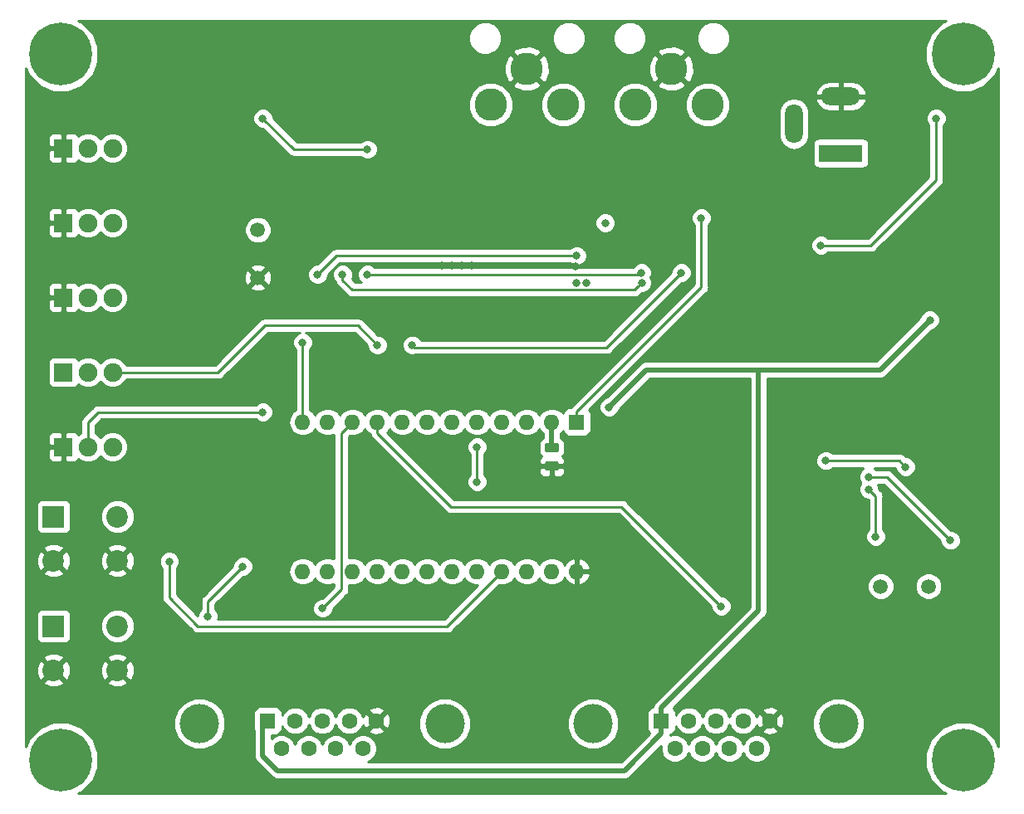
<source format=gbr>
G04 #@! TF.GenerationSoftware,KiCad,Pcbnew,5.0.2-bee76a0~70~ubuntu18.04.1*
G04 #@! TF.CreationDate,2020-01-13T15:24:33+02:00*
G04 #@! TF.ProjectId,videosport,76696465-6f73-4706-9f72-742e6b696361,rev?*
G04 #@! TF.SameCoordinates,Original*
G04 #@! TF.FileFunction,Copper,L2,Bot*
G04 #@! TF.FilePolarity,Positive*
%FSLAX46Y46*%
G04 Gerber Fmt 4.6, Leading zero omitted, Abs format (unit mm)*
G04 Created by KiCad (PCBNEW 5.0.2-bee76a0~70~ubuntu18.04.1) date Пнд 13 янв 2020 15:24:33*
%MOMM*%
%LPD*%
G01*
G04 APERTURE LIST*
G04 #@! TA.AperFunction,Conductor*
%ADD10C,0.100000*%
G04 #@! TD*
G04 #@! TA.AperFunction,SMDPad,CuDef*
%ADD11C,0.975000*%
G04 #@! TD*
G04 #@! TA.AperFunction,ComponentPad*
%ADD12C,0.800000*%
G04 #@! TD*
G04 #@! TA.AperFunction,ComponentPad*
%ADD13C,6.400000*%
G04 #@! TD*
G04 #@! TA.AperFunction,ComponentPad*
%ADD14R,1.600000X1.600000*%
G04 #@! TD*
G04 #@! TA.AperFunction,ComponentPad*
%ADD15O,1.600000X1.600000*%
G04 #@! TD*
G04 #@! TA.AperFunction,ComponentPad*
%ADD16C,1.900000*%
G04 #@! TD*
G04 #@! TA.AperFunction,ComponentPad*
%ADD17R,1.900000X1.900000*%
G04 #@! TD*
G04 #@! TA.AperFunction,ComponentPad*
%ADD18C,2.200000*%
G04 #@! TD*
G04 #@! TA.AperFunction,ComponentPad*
%ADD19R,2.200000X2.200000*%
G04 #@! TD*
G04 #@! TA.AperFunction,ComponentPad*
%ADD20C,1.500000*%
G04 #@! TD*
G04 #@! TA.AperFunction,ComponentPad*
%ADD21C,3.314700*%
G04 #@! TD*
G04 #@! TA.AperFunction,ComponentPad*
%ADD22O,1.800000X4.000000*%
G04 #@! TD*
G04 #@! TA.AperFunction,ComponentPad*
%ADD23O,4.000000X1.800000*%
G04 #@! TD*
G04 #@! TA.AperFunction,ComponentPad*
%ADD24R,4.400000X1.800000*%
G04 #@! TD*
G04 #@! TA.AperFunction,ComponentPad*
%ADD25C,4.000000*%
G04 #@! TD*
G04 #@! TA.AperFunction,ComponentPad*
%ADD26C,1.600000*%
G04 #@! TD*
G04 #@! TA.AperFunction,ViaPad*
%ADD27C,0.800000*%
G04 #@! TD*
G04 #@! TA.AperFunction,Conductor*
%ADD28C,0.250000*%
G04 #@! TD*
G04 #@! TA.AperFunction,Conductor*
%ADD29C,0.500000*%
G04 #@! TD*
G04 #@! TA.AperFunction,Conductor*
%ADD30C,0.254000*%
G04 #@! TD*
G04 APERTURE END LIST*
D10*
G04 #@! TO.N,+6V*
G04 #@! TO.C,C15*
G36*
X163548142Y-97636174D02*
X163571803Y-97639684D01*
X163595007Y-97645496D01*
X163617529Y-97653554D01*
X163639153Y-97663782D01*
X163659670Y-97676079D01*
X163678883Y-97690329D01*
X163696607Y-97706393D01*
X163712671Y-97724117D01*
X163726921Y-97743330D01*
X163739218Y-97763847D01*
X163749446Y-97785471D01*
X163757504Y-97807993D01*
X163763316Y-97831197D01*
X163766826Y-97854858D01*
X163768000Y-97878750D01*
X163768000Y-98366250D01*
X163766826Y-98390142D01*
X163763316Y-98413803D01*
X163757504Y-98437007D01*
X163749446Y-98459529D01*
X163739218Y-98481153D01*
X163726921Y-98501670D01*
X163712671Y-98520883D01*
X163696607Y-98538607D01*
X163678883Y-98554671D01*
X163659670Y-98568921D01*
X163639153Y-98581218D01*
X163617529Y-98591446D01*
X163595007Y-98599504D01*
X163571803Y-98605316D01*
X163548142Y-98608826D01*
X163524250Y-98610000D01*
X162611750Y-98610000D01*
X162587858Y-98608826D01*
X162564197Y-98605316D01*
X162540993Y-98599504D01*
X162518471Y-98591446D01*
X162496847Y-98581218D01*
X162476330Y-98568921D01*
X162457117Y-98554671D01*
X162439393Y-98538607D01*
X162423329Y-98520883D01*
X162409079Y-98501670D01*
X162396782Y-98481153D01*
X162386554Y-98459529D01*
X162378496Y-98437007D01*
X162372684Y-98413803D01*
X162369174Y-98390142D01*
X162368000Y-98366250D01*
X162368000Y-97878750D01*
X162369174Y-97854858D01*
X162372684Y-97831197D01*
X162378496Y-97807993D01*
X162386554Y-97785471D01*
X162396782Y-97763847D01*
X162409079Y-97743330D01*
X162423329Y-97724117D01*
X162439393Y-97706393D01*
X162457117Y-97690329D01*
X162476330Y-97676079D01*
X162496847Y-97663782D01*
X162518471Y-97653554D01*
X162540993Y-97645496D01*
X162564197Y-97639684D01*
X162587858Y-97636174D01*
X162611750Y-97635000D01*
X163524250Y-97635000D01*
X163548142Y-97636174D01*
X163548142Y-97636174D01*
G37*
D11*
G04 #@! TD*
G04 #@! TO.P,C15,2*
G04 #@! TO.N,+6V*
X163068000Y-98122500D03*
D10*
G04 #@! TO.N,GND*
G04 #@! TO.C,C15*
G36*
X163548142Y-99511174D02*
X163571803Y-99514684D01*
X163595007Y-99520496D01*
X163617529Y-99528554D01*
X163639153Y-99538782D01*
X163659670Y-99551079D01*
X163678883Y-99565329D01*
X163696607Y-99581393D01*
X163712671Y-99599117D01*
X163726921Y-99618330D01*
X163739218Y-99638847D01*
X163749446Y-99660471D01*
X163757504Y-99682993D01*
X163763316Y-99706197D01*
X163766826Y-99729858D01*
X163768000Y-99753750D01*
X163768000Y-100241250D01*
X163766826Y-100265142D01*
X163763316Y-100288803D01*
X163757504Y-100312007D01*
X163749446Y-100334529D01*
X163739218Y-100356153D01*
X163726921Y-100376670D01*
X163712671Y-100395883D01*
X163696607Y-100413607D01*
X163678883Y-100429671D01*
X163659670Y-100443921D01*
X163639153Y-100456218D01*
X163617529Y-100466446D01*
X163595007Y-100474504D01*
X163571803Y-100480316D01*
X163548142Y-100483826D01*
X163524250Y-100485000D01*
X162611750Y-100485000D01*
X162587858Y-100483826D01*
X162564197Y-100480316D01*
X162540993Y-100474504D01*
X162518471Y-100466446D01*
X162496847Y-100456218D01*
X162476330Y-100443921D01*
X162457117Y-100429671D01*
X162439393Y-100413607D01*
X162423329Y-100395883D01*
X162409079Y-100376670D01*
X162396782Y-100356153D01*
X162386554Y-100334529D01*
X162378496Y-100312007D01*
X162372684Y-100288803D01*
X162369174Y-100265142D01*
X162368000Y-100241250D01*
X162368000Y-99753750D01*
X162369174Y-99729858D01*
X162372684Y-99706197D01*
X162378496Y-99682993D01*
X162386554Y-99660471D01*
X162396782Y-99638847D01*
X162409079Y-99618330D01*
X162423329Y-99599117D01*
X162439393Y-99581393D01*
X162457117Y-99565329D01*
X162476330Y-99551079D01*
X162496847Y-99538782D01*
X162518471Y-99528554D01*
X162540993Y-99520496D01*
X162564197Y-99514684D01*
X162587858Y-99511174D01*
X162611750Y-99510000D01*
X163524250Y-99510000D01*
X163548142Y-99511174D01*
X163548142Y-99511174D01*
G37*
D11*
G04 #@! TD*
G04 #@! TO.P,C15,1*
G04 #@! TO.N,GND*
X163068000Y-99997500D03*
D12*
G04 #@! TO.P,H3,1*
G04 #@! TO.N,N/C*
X114701656Y-128284904D03*
X113004600Y-127581960D03*
X111307544Y-128284904D03*
X110604600Y-129981960D03*
X111307544Y-131679016D03*
X113004600Y-132381960D03*
X114701656Y-131679016D03*
X115404600Y-129981960D03*
D13*
X113004600Y-129981960D03*
G04 #@! TD*
G04 #@! TO.P,H2,1*
G04 #@! TO.N,N/C*
X205003400Y-57980580D03*
D12*
X207403400Y-57980580D03*
X206700456Y-59677636D03*
X205003400Y-60380580D03*
X203306344Y-59677636D03*
X202603400Y-57980580D03*
X203306344Y-56283524D03*
X205003400Y-55580580D03*
X206700456Y-56283524D03*
G04 #@! TD*
G04 #@! TO.P,H4,1*
G04 #@! TO.N,N/C*
X206700456Y-128284904D03*
X205003400Y-127581960D03*
X203306344Y-128284904D03*
X202603400Y-129981960D03*
X203306344Y-131679016D03*
X205003400Y-132381960D03*
X206700456Y-131679016D03*
X207403400Y-129981960D03*
D13*
X205003400Y-129981960D03*
G04 #@! TD*
G04 #@! TO.P,H1,1*
G04 #@! TO.N,N/C*
X113004600Y-57980580D03*
D12*
X115404600Y-57980580D03*
X114701656Y-59677636D03*
X113004600Y-60380580D03*
X111307544Y-59677636D03*
X110604600Y-57980580D03*
X111307544Y-56283524D03*
X113004600Y-55580580D03*
X114701656Y-56283524D03*
G04 #@! TD*
D14*
G04 #@! TO.P,U5,1*
G04 #@! TO.N,Net-(R19-Pad1)*
X165608000Y-95504000D03*
D15*
G04 #@! TO.P,U5,13*
G04 #@! TO.N,Net-(U5-Pad13)*
X137668000Y-110744000D03*
G04 #@! TO.P,U5,2*
G04 #@! TO.N,+6V*
X163068000Y-95504000D03*
G04 #@! TO.P,U5,14*
G04 #@! TO.N,F2MHZ*
X140208000Y-110744000D03*
G04 #@! TO.P,U5,3*
G04 #@! TO.N,BA*
X160528000Y-95504000D03*
G04 #@! TO.P,U5,15*
G04 #@! TO.N,Net-(U5-Pad15)*
X142748000Y-110744000D03*
G04 #@! TO.P,U5,4*
G04 #@! TO.N,Net-(D5-Pad2)*
X157988000Y-95504000D03*
G04 #@! TO.P,U5,16*
G04 #@! TO.N,N/C*
X145288000Y-110744000D03*
G04 #@! TO.P,U5,5*
G04 #@! TO.N,BS*
X155448000Y-95504000D03*
G04 #@! TO.P,U5,17*
G04 #@! TO.N,N/C*
X147828000Y-110744000D03*
G04 #@! TO.P,U5,6*
G04 #@! TO.N,RUN*
X152908000Y-95504000D03*
G04 #@! TO.P,U5,18*
G04 #@! TO.N,N/C*
X150368000Y-110744000D03*
G04 #@! TO.P,U5,7*
G04 #@! TO.N,Net-(D2-Pad2)*
X150368000Y-95504000D03*
G04 #@! TO.P,U5,19*
G04 #@! TO.N,Net-(C13-Pad2)*
X152908000Y-110744000D03*
G04 #@! TO.P,U5,8*
G04 #@! TO.N,Net-(D3-Pad2)*
X147828000Y-95504000D03*
G04 #@! TO.P,U5,20*
G04 #@! TO.N,Net-(D1-Pad2)*
X155448000Y-110744000D03*
G04 #@! TO.P,U5,9*
G04 #@! TO.N,PR*
X145288000Y-95504000D03*
G04 #@! TO.P,U5,21*
G04 #@! TO.N,RESET*
X157988000Y-110744000D03*
G04 #@! TO.P,U5,10*
G04 #@! TO.N,PL*
X142748000Y-95504000D03*
G04 #@! TO.P,U5,22*
G04 #@! TO.N,Net-(U5-Pad22)*
X160528000Y-110744000D03*
G04 #@! TO.P,U5,11*
G04 #@! TO.N,PS*
X140208000Y-95504000D03*
G04 #@! TO.P,U5,23*
G04 #@! TO.N,Net-(U5-Pad23)*
X163068000Y-110744000D03*
G04 #@! TO.P,U5,12*
G04 #@! TO.N,Net-(U1-Pad1)*
X137668000Y-95504000D03*
G04 #@! TO.P,U5,24*
G04 #@! TO.N,GND*
X165608000Y-110744000D03*
G04 #@! TD*
D16*
G04 #@! TO.P,S5,3*
G04 #@! TO.N,E_PL*
X118284000Y-98044000D03*
G04 #@! TO.P,S5,2*
G04 #@! TO.N,RUN*
X115784000Y-98044000D03*
D17*
G04 #@! TO.P,S5,1*
G04 #@! TO.N,GND*
X113284000Y-98044000D03*
G04 #@! TD*
G04 #@! TO.P,S2,1*
G04 #@! TO.N,GND*
X113284000Y-75184000D03*
D16*
G04 #@! TO.P,S2,2*
G04 #@! TO.N,BS*
X115784000Y-75184000D03*
G04 #@! TO.P,S2,3*
G04 #@! TO.N,Net-(S2-Pad3)*
X118284000Y-75184000D03*
G04 #@! TD*
G04 #@! TO.P,S3,3*
G04 #@! TO.N,Net-(S3-Pad3)*
X118284000Y-82804000D03*
G04 #@! TO.P,S3,2*
G04 #@! TO.N,BA*
X115784000Y-82804000D03*
D17*
G04 #@! TO.P,S3,1*
G04 #@! TO.N,GND*
X113284000Y-82804000D03*
G04 #@! TD*
G04 #@! TO.P,S4,1*
G04 #@! TO.N,Net-(S4-Pad1)*
X113284000Y-90424000D03*
D16*
G04 #@! TO.P,S4,2*
G04 #@! TO.N,FS1*
X115784000Y-90424000D03*
G04 #@! TO.P,S4,3*
G04 #@! TO.N,FS2*
X118284000Y-90424000D03*
G04 #@! TD*
D18*
G04 #@! TO.P,S7,3*
G04 #@! TO.N,GND*
X112268000Y-120832000D03*
G04 #@! TO.P,S7,4*
X118768000Y-120832000D03*
G04 #@! TO.P,S7,2*
G04 #@! TO.N,GAME_SEL*
X118768000Y-116332000D03*
D19*
G04 #@! TO.P,S7,1*
X112268000Y-116332000D03*
G04 #@! TD*
G04 #@! TO.P,S6,1*
G04 #@! TO.N,RESET*
X112268000Y-105156000D03*
D18*
G04 #@! TO.P,S6,2*
X118768000Y-105156000D03*
G04 #@! TO.P,S6,4*
G04 #@! TO.N,GND*
X118768000Y-109656000D03*
G04 #@! TO.P,S6,3*
X112268000Y-109656000D03*
G04 #@! TD*
D20*
G04 #@! TO.P,Y2,1*
G04 #@! TO.N,GND*
X133096000Y-80772000D03*
G04 #@! TO.P,Y2,2*
G04 #@! TO.N,Net-(C10-Pad2)*
X133096000Y-75892000D03*
G04 #@! TD*
D17*
G04 #@! TO.P,S1,1*
G04 #@! TO.N,GND*
X113284000Y-67564000D03*
D16*
G04 #@! TO.P,S1,2*
G04 #@! TO.N,PS*
X115784000Y-67564000D03*
G04 #@! TO.P,S1,3*
G04 #@! TO.N,Net-(S1-Pad3)*
X118284000Y-67564000D03*
G04 #@! TD*
D20*
G04 #@! TO.P,Y1,1*
G04 #@! TO.N,Net-(C2-Pad2)*
X196596000Y-112268000D03*
G04 #@! TO.P,Y1,2*
G04 #@! TO.N,Net-(R10-Pad2)*
X201476000Y-112268000D03*
G04 #@! TD*
D21*
G04 #@! TO.P,J5,PIN*
G04 #@! TO.N,Net-(C6-Pad2)*
X178958240Y-63134240D03*
G04 #@! TO.P,J5,SHEL*
G04 #@! TO.N,GND*
X175260000Y-59436000D03*
G04 #@! TO.P,J5,SWIT*
G04 #@! TO.N,Net-(C6-Pad2)*
X171561760Y-63134240D03*
G04 #@! TD*
D22*
G04 #@! TO.P,J4,3*
G04 #@! TO.N,N/C*
X187732000Y-65072000D03*
D23*
G04 #@! TO.P,J4,2*
G04 #@! TO.N,GND*
X192532000Y-62272000D03*
D24*
G04 #@! TO.P,J4,1*
G04 #@! TO.N,+9V*
X192532000Y-68072000D03*
G04 #@! TD*
D21*
G04 #@! TO.P,J3,PIN*
G04 #@! TO.N,Net-(J3-PadPIN)*
X164226240Y-63134240D03*
G04 #@! TO.P,J3,SHEL*
G04 #@! TO.N,GND*
X160528000Y-59436000D03*
G04 #@! TO.P,J3,SWIT*
G04 #@! TO.N,Net-(J3-PadPIN)*
X156829760Y-63134240D03*
G04 #@! TD*
D25*
G04 #@! TO.P,J2,0*
G04 #@! TO.N,N/C*
X192284000Y-126284000D03*
X167284000Y-126284000D03*
D26*
G04 #@! TO.P,J2,9*
G04 #@! TO.N,Net-(J2-Pad9)*
X183939000Y-128824000D03*
G04 #@! TO.P,J2,8*
G04 #@! TO.N,Net-(J2-Pad8)*
X181169000Y-128824000D03*
G04 #@! TO.P,J2,7*
G04 #@! TO.N,Net-(J2-Pad7)*
X178399000Y-128824000D03*
G04 #@! TO.P,J2,6*
G04 #@! TO.N,Net-(J2-Pad6)*
X175629000Y-128824000D03*
G04 #@! TO.P,J2,5*
G04 #@! TO.N,GND*
X185324000Y-125984000D03*
G04 #@! TO.P,J2,4*
G04 #@! TO.N,Net-(J2-Pad4)*
X182554000Y-125984000D03*
G04 #@! TO.P,J2,3*
G04 #@! TO.N,Net-(J2-Pad3)*
X179784000Y-125984000D03*
G04 #@! TO.P,J2,2*
G04 #@! TO.N,Net-(J2-Pad2)*
X177014000Y-125984000D03*
D14*
G04 #@! TO.P,J2,1*
G04 #@! TO.N,+6V*
X174244000Y-125984000D03*
G04 #@! TD*
G04 #@! TO.P,J1,1*
G04 #@! TO.N,+6V*
X134112000Y-125984000D03*
D26*
G04 #@! TO.P,J1,2*
G04 #@! TO.N,Net-(J1-Pad2)*
X136882000Y-125984000D03*
G04 #@! TO.P,J1,3*
G04 #@! TO.N,Net-(J1-Pad3)*
X139652000Y-125984000D03*
G04 #@! TO.P,J1,4*
G04 #@! TO.N,E_PL*
X142422000Y-125984000D03*
G04 #@! TO.P,J1,5*
G04 #@! TO.N,GND*
X145192000Y-125984000D03*
G04 #@! TO.P,J1,6*
G04 #@! TO.N,Net-(J1-Pad6)*
X135497000Y-128824000D03*
G04 #@! TO.P,J1,7*
G04 #@! TO.N,Net-(J1-Pad7)*
X138267000Y-128824000D03*
G04 #@! TO.P,J1,8*
G04 #@! TO.N,Net-(J1-Pad8)*
X141037000Y-128824000D03*
G04 #@! TO.P,J1,9*
G04 #@! TO.N,Net-(J1-Pad9)*
X143807000Y-128824000D03*
D25*
G04 #@! TO.P,J1,0*
G04 #@! TO.N,N/C*
X127152000Y-126284000D03*
X152152000Y-126284000D03*
G04 #@! TD*
D27*
G04 #@! TO.N,Net-(D1-Pad2)*
X155448000Y-101600000D03*
X155448000Y-98044000D03*
G04 #@! TO.N,Net-(U1-Pad1)*
X168496000Y-75184000D03*
X137668000Y-87376002D03*
G04 #@! TO.N,+6V*
X163068000Y-98160840D03*
G04 #@! TO.N,+5V*
X202262500Y-64516000D03*
X190500000Y-77470000D03*
G04 #@! TO.N,GND*
X154432000Y-84328000D03*
X150484840Y-84328000D03*
X146618841Y-84324961D03*
X186436000Y-92964000D03*
X189484000Y-92964000D03*
X190500000Y-92964000D03*
X191516000Y-92964000D03*
X189484000Y-93980000D03*
X190500000Y-93980000D03*
X191516000Y-93980000D03*
X166624000Y-81280000D03*
X165608000Y-81280000D03*
X185420000Y-98044000D03*
X185420000Y-99060000D03*
X185420000Y-100076000D03*
X185420000Y-101092000D03*
X185420000Y-102108000D03*
X143764000Y-119888000D03*
X137160000Y-64516000D03*
X138176000Y-64516000D03*
X139192000Y-64516000D03*
X184150000Y-81280000D03*
X184150000Y-82550000D03*
X182880000Y-80010000D03*
X182880000Y-81280000D03*
X182880000Y-82550000D03*
X164084000Y-84836000D03*
X165100000Y-84836000D03*
X166116000Y-84836000D03*
X167132000Y-84836000D03*
X168148000Y-84836000D03*
X133604000Y-110744000D03*
X133604000Y-111760000D03*
X134620000Y-111760000D03*
X134620000Y-110744000D03*
X130556000Y-113284000D03*
X131572000Y-114300000D03*
X132588000Y-115316000D03*
X128524000Y-117348000D03*
X128524000Y-118364000D03*
X128524000Y-119380000D03*
X165608000Y-76708000D03*
X166624000Y-76708000D03*
X166624000Y-77724000D03*
X148844000Y-77216000D03*
X149860000Y-77216000D03*
X150876000Y-77216000D03*
X151892000Y-77216000D03*
X152908000Y-77216000D03*
X153924000Y-77216000D03*
X154940000Y-77216000D03*
X165481000Y-79629000D03*
X154940000Y-79502000D03*
X153924000Y-79502000D03*
X152908000Y-79502000D03*
X151892000Y-79502000D03*
G04 #@! TO.N,Net-(R7-Pad1)*
X172212000Y-80264000D03*
X144272000Y-80439500D03*
G04 #@! TO.N,Net-(R6-Pad1)*
X172216660Y-81284660D03*
X141732000Y-80439500D03*
G04 #@! TO.N,Net-(R5-Pad1)*
X165608000Y-78522990D03*
X139192000Y-80439500D03*
G04 #@! TO.N,Net-(C1-Pad1)*
X195380157Y-101095735D03*
X203708000Y-107579160D03*
G04 #@! TO.N,Net-(R11-Pad1)*
X191008000Y-99451160D03*
X199136000Y-100076000D03*
G04 #@! TO.N,Net-(R25-Pad1)*
X133604000Y-64516000D03*
X144272000Y-67680840D03*
G04 #@! TO.N,Net-(C2-Pad2)*
X196088000Y-107188000D03*
X195380157Y-102365735D03*
G04 #@! TO.N,PL*
X139700000Y-114517010D03*
G04 #@! TO.N,PR*
X180340000Y-114300000D03*
G04 #@! TO.N,RESET*
X124068840Y-109728000D03*
G04 #@! TO.N,FS2*
X176276000Y-80264000D03*
X148844000Y-87658000D03*
X145288000Y-87658000D03*
G04 #@! TO.N,RUN*
X133604000Y-94488000D03*
G04 #@! TO.N,Net-(C13-Pad2)*
X131572000Y-110236000D03*
X128016000Y-115316000D03*
G04 #@! TO.N,Net-(R19-Pad1)*
X178308000Y-74676000D03*
G04 #@! TO.N,+6V*
X168910000Y-93980000D03*
X201597500Y-85090000D03*
G04 #@! TD*
D28*
G04 #@! TO.N,Net-(D1-Pad2)*
X155448000Y-101600000D02*
X155448000Y-98044000D01*
G04 #@! TO.N,Net-(U1-Pad1)*
X137668000Y-95504000D02*
X137668000Y-87376002D01*
D29*
G04 #@! TO.N,+6V*
X170464000Y-131064000D02*
X135128000Y-131064000D01*
X133604000Y-126492000D02*
X134112000Y-125984000D01*
X174244000Y-125984000D02*
X174244000Y-127284000D01*
X174244000Y-127284000D02*
X170464000Y-131064000D01*
X135128000Y-131064000D02*
X133604000Y-129540000D01*
X133604000Y-129540000D02*
X133604000Y-126492000D01*
D28*
G04 #@! TO.N,+5V*
X202262500Y-64516000D02*
X202262500Y-70787500D01*
X202262500Y-70787500D02*
X195580000Y-77470000D01*
X195580000Y-77470000D02*
X190500000Y-77470000D01*
G04 #@! TO.N,Net-(R7-Pad1)*
X172036500Y-80439500D02*
X172212000Y-80264000D01*
X144272000Y-80439500D02*
X172036500Y-80439500D01*
G04 #@! TO.N,Net-(R6-Pad1)*
X171816661Y-81684659D02*
X172216660Y-81284660D01*
X171496319Y-82005001D02*
X171816661Y-81684659D01*
X142710001Y-82005001D02*
X171496319Y-82005001D01*
X141732000Y-81027000D02*
X142710001Y-82005001D01*
X141732000Y-80439500D02*
X141732000Y-81027000D01*
G04 #@! TO.N,Net-(R5-Pad1)*
X141108510Y-78522990D02*
X165608000Y-78522990D01*
X139192000Y-80439500D02*
X141108510Y-78522990D01*
G04 #@! TO.N,Net-(C1-Pad1)*
X195380157Y-101095735D02*
X197224575Y-101095735D01*
X197224575Y-101095735D02*
X203708000Y-107579160D01*
G04 #@! TO.N,Net-(R11-Pad1)*
X191008000Y-99451160D02*
X198511160Y-99451160D01*
X198511160Y-99451160D02*
X199136000Y-100076000D01*
G04 #@! TO.N,Net-(R25-Pad1)*
X133604000Y-64516000D02*
X136768840Y-67680840D01*
X136768840Y-67680840D02*
X144272000Y-67680840D01*
G04 #@! TO.N,Net-(C2-Pad2)*
X196088000Y-107188000D02*
X196088000Y-103073578D01*
X196088000Y-103073578D02*
X195380157Y-102365735D01*
G04 #@! TO.N,PL*
X141622999Y-112594011D02*
X140099999Y-114117011D01*
X140099999Y-114117011D02*
X139700000Y-114517010D01*
X142748000Y-95504000D02*
X141622999Y-96629001D01*
X141622999Y-96629001D02*
X141622999Y-112594011D01*
G04 #@! TO.N,PR*
X145288000Y-96635370D02*
X152792630Y-104140000D01*
X145288000Y-95504000D02*
X145288000Y-96635370D01*
X152792630Y-104140000D02*
X170180000Y-104140000D01*
X170180000Y-104140000D02*
X180340000Y-114300000D01*
G04 #@! TO.N,RESET*
X124068840Y-110577440D02*
X124068840Y-109728000D01*
X124068840Y-113400840D02*
X124068840Y-110577440D01*
X127000000Y-116332000D02*
X124068840Y-113400840D01*
X157988000Y-110744000D02*
X152400000Y-116332000D01*
X152400000Y-116332000D02*
X127000000Y-116332000D01*
G04 #@! TO.N,FS2*
X149070000Y-87884000D02*
X148844000Y-87658000D01*
X176276000Y-80264000D02*
X168656000Y-87884000D01*
X168656000Y-87884000D02*
X149070000Y-87884000D01*
X118284000Y-90424000D02*
X129032000Y-90424000D01*
X143264999Y-85634999D02*
X145288000Y-87658000D01*
X133821001Y-85634999D02*
X143264999Y-85634999D01*
X129032000Y-90424000D02*
X133821001Y-85634999D01*
G04 #@! TO.N,RUN*
X133604000Y-94488000D02*
X116840000Y-94488000D01*
X115784000Y-95544000D02*
X115784000Y-98044000D01*
X116840000Y-94488000D02*
X115784000Y-95544000D01*
G04 #@! TO.N,Net-(C13-Pad2)*
X128016000Y-113792000D02*
X128016000Y-115316000D01*
X131572000Y-110236000D02*
X128016000Y-113792000D01*
G04 #@! TO.N,Net-(R19-Pad1)*
X178308000Y-81754000D02*
X178308000Y-74676000D01*
X165608000Y-94454000D02*
X178308000Y-81754000D01*
X165608000Y-95504000D02*
X165608000Y-94454000D01*
D29*
G04 #@! TO.N,+6V*
X163068000Y-98160840D02*
X163068000Y-95504000D01*
X196517500Y-90170000D02*
X201597500Y-85090000D01*
X168910000Y-93980000D02*
X172720000Y-90170000D01*
X184150000Y-114778000D02*
X184150000Y-90170000D01*
X174244000Y-124684000D02*
X184150000Y-114778000D01*
X174244000Y-125984000D02*
X174244000Y-124684000D01*
X172720000Y-90170000D02*
X184150000Y-90170000D01*
X184150000Y-90170000D02*
X196517500Y-90170000D01*
G04 #@! TD*
D30*
G04 #@! TO.N,GND*
G36*
X202831047Y-54729424D02*
X201752244Y-55808227D01*
X201168400Y-57217751D01*
X201168400Y-58743409D01*
X201752244Y-60152933D01*
X202831047Y-61231736D01*
X204240571Y-61815580D01*
X205766229Y-61815580D01*
X207175753Y-61231736D01*
X208254556Y-60152933D01*
X208586000Y-59352756D01*
X208586001Y-128609786D01*
X208254556Y-127809607D01*
X207175753Y-126730804D01*
X205766229Y-126146960D01*
X204240571Y-126146960D01*
X202831047Y-126730804D01*
X201752244Y-127809607D01*
X201168400Y-129219131D01*
X201168400Y-130744789D01*
X201752244Y-132154313D01*
X202831047Y-133233116D01*
X203238769Y-133402000D01*
X114769231Y-133402000D01*
X115176953Y-133233116D01*
X116255756Y-132154313D01*
X116839600Y-130744789D01*
X116839600Y-129219131D01*
X116255756Y-127809607D01*
X115176953Y-126730804D01*
X113767429Y-126146960D01*
X112241771Y-126146960D01*
X110832247Y-126730804D01*
X109753444Y-127809607D01*
X109422000Y-128609784D01*
X109422000Y-125759866D01*
X124517000Y-125759866D01*
X124517000Y-126808134D01*
X124918155Y-127776608D01*
X125659392Y-128517845D01*
X126627866Y-128919000D01*
X127676134Y-128919000D01*
X128644608Y-128517845D01*
X129385845Y-127776608D01*
X129787000Y-126808134D01*
X129787000Y-125759866D01*
X129548469Y-125184000D01*
X132664560Y-125184000D01*
X132664560Y-126784000D01*
X132713843Y-127031765D01*
X132719001Y-127039484D01*
X132719000Y-129452839D01*
X132701663Y-129540000D01*
X132719000Y-129627161D01*
X132719000Y-129627164D01*
X132770348Y-129885309D01*
X132965951Y-130178049D01*
X133039847Y-130227425D01*
X134440577Y-131628156D01*
X134489951Y-131702049D01*
X134563844Y-131751423D01*
X134563845Y-131751424D01*
X134630079Y-131795680D01*
X134782690Y-131897652D01*
X135040835Y-131949000D01*
X135040839Y-131949000D01*
X135127999Y-131966337D01*
X135215159Y-131949000D01*
X170376839Y-131949000D01*
X170464000Y-131966337D01*
X170551161Y-131949000D01*
X170551165Y-131949000D01*
X170809310Y-131897652D01*
X171102049Y-131702049D01*
X171151425Y-131628153D01*
X174194000Y-128585579D01*
X174194000Y-129109439D01*
X174412466Y-129636862D01*
X174816138Y-130040534D01*
X175343561Y-130259000D01*
X175914439Y-130259000D01*
X176441862Y-130040534D01*
X176845534Y-129636862D01*
X177014000Y-129230150D01*
X177182466Y-129636862D01*
X177586138Y-130040534D01*
X178113561Y-130259000D01*
X178684439Y-130259000D01*
X179211862Y-130040534D01*
X179615534Y-129636862D01*
X179784000Y-129230150D01*
X179952466Y-129636862D01*
X180356138Y-130040534D01*
X180883561Y-130259000D01*
X181454439Y-130259000D01*
X181981862Y-130040534D01*
X182385534Y-129636862D01*
X182554000Y-129230150D01*
X182722466Y-129636862D01*
X183126138Y-130040534D01*
X183653561Y-130259000D01*
X184224439Y-130259000D01*
X184751862Y-130040534D01*
X185155534Y-129636862D01*
X185374000Y-129109439D01*
X185374000Y-128538561D01*
X185155534Y-128011138D01*
X184751862Y-127607466D01*
X184224439Y-127389000D01*
X183653561Y-127389000D01*
X183126138Y-127607466D01*
X182722466Y-128011138D01*
X182554000Y-128417850D01*
X182385534Y-128011138D01*
X181981862Y-127607466D01*
X181454439Y-127389000D01*
X180883561Y-127389000D01*
X180356138Y-127607466D01*
X179952466Y-128011138D01*
X179784000Y-128417850D01*
X179615534Y-128011138D01*
X179211862Y-127607466D01*
X178684439Y-127389000D01*
X178113561Y-127389000D01*
X177586138Y-127607466D01*
X177182466Y-128011138D01*
X177014000Y-128417850D01*
X176845534Y-128011138D01*
X176441862Y-127607466D01*
X175914439Y-127389000D01*
X175343561Y-127389000D01*
X175105868Y-127487456D01*
X175120018Y-127416319D01*
X175291765Y-127382157D01*
X175501809Y-127241809D01*
X175642157Y-127031765D01*
X175691440Y-126784000D01*
X175691440Y-126540893D01*
X175797466Y-126796862D01*
X176201138Y-127200534D01*
X176728561Y-127419000D01*
X177299439Y-127419000D01*
X177826862Y-127200534D01*
X178230534Y-126796862D01*
X178399000Y-126390150D01*
X178567466Y-126796862D01*
X178971138Y-127200534D01*
X179498561Y-127419000D01*
X180069439Y-127419000D01*
X180596862Y-127200534D01*
X181000534Y-126796862D01*
X181169000Y-126390150D01*
X181337466Y-126796862D01*
X181741138Y-127200534D01*
X182268561Y-127419000D01*
X182839439Y-127419000D01*
X183366862Y-127200534D01*
X183575651Y-126991745D01*
X184495861Y-126991745D01*
X184569995Y-127237864D01*
X185107223Y-127430965D01*
X185677454Y-127403778D01*
X186078005Y-127237864D01*
X186152139Y-126991745D01*
X185324000Y-126163605D01*
X184495861Y-126991745D01*
X183575651Y-126991745D01*
X183770534Y-126796862D01*
X183932525Y-126405782D01*
X184070136Y-126738005D01*
X184316255Y-126812139D01*
X185144395Y-125984000D01*
X185503605Y-125984000D01*
X186331745Y-126812139D01*
X186577864Y-126738005D01*
X186770965Y-126200777D01*
X186749944Y-125759866D01*
X189649000Y-125759866D01*
X189649000Y-126808134D01*
X190050155Y-127776608D01*
X190791392Y-128517845D01*
X191759866Y-128919000D01*
X192808134Y-128919000D01*
X193776608Y-128517845D01*
X194517845Y-127776608D01*
X194919000Y-126808134D01*
X194919000Y-125759866D01*
X194517845Y-124791392D01*
X193776608Y-124050155D01*
X192808134Y-123649000D01*
X191759866Y-123649000D01*
X190791392Y-124050155D01*
X190050155Y-124791392D01*
X189649000Y-125759866D01*
X186749944Y-125759866D01*
X186743778Y-125630546D01*
X186577864Y-125229995D01*
X186331745Y-125155861D01*
X185503605Y-125984000D01*
X185144395Y-125984000D01*
X184316255Y-125155861D01*
X184070136Y-125229995D01*
X183942268Y-125585739D01*
X183770534Y-125171138D01*
X183575651Y-124976255D01*
X184495861Y-124976255D01*
X185324000Y-125804395D01*
X186152139Y-124976255D01*
X186078005Y-124730136D01*
X185540777Y-124537035D01*
X184970546Y-124564222D01*
X184569995Y-124730136D01*
X184495861Y-124976255D01*
X183575651Y-124976255D01*
X183366862Y-124767466D01*
X182839439Y-124549000D01*
X182268561Y-124549000D01*
X181741138Y-124767466D01*
X181337466Y-125171138D01*
X181169000Y-125577850D01*
X181000534Y-125171138D01*
X180596862Y-124767466D01*
X180069439Y-124549000D01*
X179498561Y-124549000D01*
X178971138Y-124767466D01*
X178567466Y-125171138D01*
X178399000Y-125577850D01*
X178230534Y-125171138D01*
X177826862Y-124767466D01*
X177299439Y-124549000D01*
X176728561Y-124549000D01*
X176201138Y-124767466D01*
X175797466Y-125171138D01*
X175691440Y-125427107D01*
X175691440Y-125184000D01*
X175642157Y-124936235D01*
X175501809Y-124726191D01*
X175472782Y-124706796D01*
X184714157Y-115465422D01*
X184788049Y-115416049D01*
X184871005Y-115291898D01*
X184983652Y-115123310D01*
X184993284Y-115074888D01*
X185035000Y-114865165D01*
X185035000Y-114865161D01*
X185052337Y-114778000D01*
X185035000Y-114690839D01*
X185035000Y-111992506D01*
X195211000Y-111992506D01*
X195211000Y-112543494D01*
X195421853Y-113052540D01*
X195811460Y-113442147D01*
X196320506Y-113653000D01*
X196871494Y-113653000D01*
X197380540Y-113442147D01*
X197770147Y-113052540D01*
X197981000Y-112543494D01*
X197981000Y-111992506D01*
X200091000Y-111992506D01*
X200091000Y-112543494D01*
X200301853Y-113052540D01*
X200691460Y-113442147D01*
X201200506Y-113653000D01*
X201751494Y-113653000D01*
X202260540Y-113442147D01*
X202650147Y-113052540D01*
X202861000Y-112543494D01*
X202861000Y-111992506D01*
X202650147Y-111483460D01*
X202260540Y-111093853D01*
X201751494Y-110883000D01*
X201200506Y-110883000D01*
X200691460Y-111093853D01*
X200301853Y-111483460D01*
X200091000Y-111992506D01*
X197981000Y-111992506D01*
X197770147Y-111483460D01*
X197380540Y-111093853D01*
X196871494Y-110883000D01*
X196320506Y-110883000D01*
X195811460Y-111093853D01*
X195421853Y-111483460D01*
X195211000Y-111992506D01*
X185035000Y-111992506D01*
X185035000Y-99245286D01*
X189973000Y-99245286D01*
X189973000Y-99657034D01*
X190130569Y-100037440D01*
X190421720Y-100328591D01*
X190802126Y-100486160D01*
X191213874Y-100486160D01*
X191594280Y-100328591D01*
X191711711Y-100211160D01*
X194811124Y-100211160D01*
X194793877Y-100218304D01*
X194502726Y-100509455D01*
X194345157Y-100889861D01*
X194345157Y-101301609D01*
X194502726Y-101682015D01*
X194551446Y-101730735D01*
X194502726Y-101779455D01*
X194345157Y-102159861D01*
X194345157Y-102571609D01*
X194502726Y-102952015D01*
X194793877Y-103243166D01*
X195174283Y-103400735D01*
X195328001Y-103400735D01*
X195328000Y-106484289D01*
X195210569Y-106601720D01*
X195053000Y-106982126D01*
X195053000Y-107393874D01*
X195210569Y-107774280D01*
X195501720Y-108065431D01*
X195882126Y-108223000D01*
X196293874Y-108223000D01*
X196674280Y-108065431D01*
X196965431Y-107774280D01*
X197123000Y-107393874D01*
X197123000Y-106982126D01*
X196965431Y-106601720D01*
X196848000Y-106484289D01*
X196848000Y-103148424D01*
X196862888Y-103073577D01*
X196848000Y-102998730D01*
X196848000Y-102998726D01*
X196803904Y-102777041D01*
X196635929Y-102525649D01*
X196572473Y-102483249D01*
X196415157Y-102325933D01*
X196415157Y-102159861D01*
X196289184Y-101855735D01*
X196909774Y-101855735D01*
X202673000Y-107618962D01*
X202673000Y-107785034D01*
X202830569Y-108165440D01*
X203121720Y-108456591D01*
X203502126Y-108614160D01*
X203913874Y-108614160D01*
X204294280Y-108456591D01*
X204585431Y-108165440D01*
X204743000Y-107785034D01*
X204743000Y-107373286D01*
X204585431Y-106992880D01*
X204294280Y-106701729D01*
X203913874Y-106544160D01*
X203747802Y-106544160D01*
X197814906Y-100611265D01*
X197772504Y-100547806D01*
X197521112Y-100379831D01*
X197299427Y-100335735D01*
X197299422Y-100335735D01*
X197224575Y-100320847D01*
X197149728Y-100335735D01*
X196083868Y-100335735D01*
X195966437Y-100218304D01*
X195949190Y-100211160D01*
X198101000Y-100211160D01*
X198101000Y-100281874D01*
X198258569Y-100662280D01*
X198549720Y-100953431D01*
X198930126Y-101111000D01*
X199341874Y-101111000D01*
X199722280Y-100953431D01*
X200013431Y-100662280D01*
X200171000Y-100281874D01*
X200171000Y-99870126D01*
X200013431Y-99489720D01*
X199722280Y-99198569D01*
X199341874Y-99041000D01*
X199175801Y-99041000D01*
X199101491Y-98966690D01*
X199059089Y-98903231D01*
X198807697Y-98735256D01*
X198586012Y-98691160D01*
X198586007Y-98691160D01*
X198511160Y-98676272D01*
X198436313Y-98691160D01*
X191711711Y-98691160D01*
X191594280Y-98573729D01*
X191213874Y-98416160D01*
X190802126Y-98416160D01*
X190421720Y-98573729D01*
X190130569Y-98864880D01*
X189973000Y-99245286D01*
X185035000Y-99245286D01*
X185035000Y-91055000D01*
X196430339Y-91055000D01*
X196517500Y-91072337D01*
X196604661Y-91055000D01*
X196604665Y-91055000D01*
X196862810Y-91003652D01*
X197155549Y-90808049D01*
X197204925Y-90734153D01*
X201821648Y-86117431D01*
X202183780Y-85967431D01*
X202474931Y-85676280D01*
X202632500Y-85295874D01*
X202632500Y-84884126D01*
X202474931Y-84503720D01*
X202183780Y-84212569D01*
X201803374Y-84055000D01*
X201391626Y-84055000D01*
X201011220Y-84212569D01*
X200720069Y-84503720D01*
X200570069Y-84865852D01*
X196150922Y-89285000D01*
X184237165Y-89285000D01*
X184150000Y-89267662D01*
X184062836Y-89285000D01*
X172807161Y-89285000D01*
X172720000Y-89267663D01*
X172632839Y-89285000D01*
X172632835Y-89285000D01*
X172374690Y-89336348D01*
X172155845Y-89482576D01*
X172155844Y-89482577D01*
X172081951Y-89531951D01*
X172032577Y-89605844D01*
X168685853Y-92952569D01*
X168323720Y-93102569D01*
X168032569Y-93393720D01*
X167875000Y-93774126D01*
X167875000Y-94185874D01*
X168032569Y-94566280D01*
X168323720Y-94857431D01*
X168704126Y-95015000D01*
X169115874Y-95015000D01*
X169496280Y-94857431D01*
X169787431Y-94566280D01*
X169937431Y-94204147D01*
X173086579Y-91055000D01*
X183265001Y-91055000D01*
X183265000Y-114411421D01*
X173679845Y-123996577D01*
X173605952Y-124045951D01*
X173556578Y-124119844D01*
X173556576Y-124119846D01*
X173410348Y-124338691D01*
X173367982Y-124551681D01*
X173196235Y-124585843D01*
X172986191Y-124726191D01*
X172845843Y-124936235D01*
X172796560Y-125184000D01*
X172796560Y-126784000D01*
X172845843Y-127031765D01*
X172986191Y-127241809D01*
X173015217Y-127261204D01*
X170097422Y-130179000D01*
X144285576Y-130179000D01*
X144619862Y-130040534D01*
X145023534Y-129636862D01*
X145242000Y-129109439D01*
X145242000Y-128538561D01*
X145023534Y-128011138D01*
X144619862Y-127607466D01*
X144092439Y-127389000D01*
X143521561Y-127389000D01*
X142994138Y-127607466D01*
X142590466Y-128011138D01*
X142422000Y-128417850D01*
X142253534Y-128011138D01*
X141849862Y-127607466D01*
X141322439Y-127389000D01*
X140751561Y-127389000D01*
X140224138Y-127607466D01*
X139820466Y-128011138D01*
X139652000Y-128417850D01*
X139483534Y-128011138D01*
X139079862Y-127607466D01*
X138552439Y-127389000D01*
X137981561Y-127389000D01*
X137454138Y-127607466D01*
X137050466Y-128011138D01*
X136882000Y-128417850D01*
X136713534Y-128011138D01*
X136309862Y-127607466D01*
X135782439Y-127389000D01*
X135211561Y-127389000D01*
X134684138Y-127607466D01*
X134489000Y-127802604D01*
X134489000Y-127431440D01*
X134912000Y-127431440D01*
X135159765Y-127382157D01*
X135369809Y-127241809D01*
X135510157Y-127031765D01*
X135559440Y-126784000D01*
X135559440Y-126540893D01*
X135665466Y-126796862D01*
X136069138Y-127200534D01*
X136596561Y-127419000D01*
X137167439Y-127419000D01*
X137694862Y-127200534D01*
X138098534Y-126796862D01*
X138267000Y-126390150D01*
X138435466Y-126796862D01*
X138839138Y-127200534D01*
X139366561Y-127419000D01*
X139937439Y-127419000D01*
X140464862Y-127200534D01*
X140868534Y-126796862D01*
X141037000Y-126390150D01*
X141205466Y-126796862D01*
X141609138Y-127200534D01*
X142136561Y-127419000D01*
X142707439Y-127419000D01*
X143234862Y-127200534D01*
X143443651Y-126991745D01*
X144363861Y-126991745D01*
X144437995Y-127237864D01*
X144975223Y-127430965D01*
X145545454Y-127403778D01*
X145946005Y-127237864D01*
X146020139Y-126991745D01*
X145192000Y-126163605D01*
X144363861Y-126991745D01*
X143443651Y-126991745D01*
X143638534Y-126796862D01*
X143800525Y-126405782D01*
X143938136Y-126738005D01*
X144184255Y-126812139D01*
X145012395Y-125984000D01*
X145371605Y-125984000D01*
X146199745Y-126812139D01*
X146445864Y-126738005D01*
X146638965Y-126200777D01*
X146617944Y-125759866D01*
X149517000Y-125759866D01*
X149517000Y-126808134D01*
X149918155Y-127776608D01*
X150659392Y-128517845D01*
X151627866Y-128919000D01*
X152676134Y-128919000D01*
X153644608Y-128517845D01*
X154385845Y-127776608D01*
X154787000Y-126808134D01*
X154787000Y-125759866D01*
X164649000Y-125759866D01*
X164649000Y-126808134D01*
X165050155Y-127776608D01*
X165791392Y-128517845D01*
X166759866Y-128919000D01*
X167808134Y-128919000D01*
X168776608Y-128517845D01*
X169517845Y-127776608D01*
X169919000Y-126808134D01*
X169919000Y-125759866D01*
X169517845Y-124791392D01*
X168776608Y-124050155D01*
X167808134Y-123649000D01*
X166759866Y-123649000D01*
X165791392Y-124050155D01*
X165050155Y-124791392D01*
X164649000Y-125759866D01*
X154787000Y-125759866D01*
X154385845Y-124791392D01*
X153644608Y-124050155D01*
X152676134Y-123649000D01*
X151627866Y-123649000D01*
X150659392Y-124050155D01*
X149918155Y-124791392D01*
X149517000Y-125759866D01*
X146617944Y-125759866D01*
X146611778Y-125630546D01*
X146445864Y-125229995D01*
X146199745Y-125155861D01*
X145371605Y-125984000D01*
X145012395Y-125984000D01*
X144184255Y-125155861D01*
X143938136Y-125229995D01*
X143810268Y-125585739D01*
X143638534Y-125171138D01*
X143443651Y-124976255D01*
X144363861Y-124976255D01*
X145192000Y-125804395D01*
X146020139Y-124976255D01*
X145946005Y-124730136D01*
X145408777Y-124537035D01*
X144838546Y-124564222D01*
X144437995Y-124730136D01*
X144363861Y-124976255D01*
X143443651Y-124976255D01*
X143234862Y-124767466D01*
X142707439Y-124549000D01*
X142136561Y-124549000D01*
X141609138Y-124767466D01*
X141205466Y-125171138D01*
X141037000Y-125577850D01*
X140868534Y-125171138D01*
X140464862Y-124767466D01*
X139937439Y-124549000D01*
X139366561Y-124549000D01*
X138839138Y-124767466D01*
X138435466Y-125171138D01*
X138267000Y-125577850D01*
X138098534Y-125171138D01*
X137694862Y-124767466D01*
X137167439Y-124549000D01*
X136596561Y-124549000D01*
X136069138Y-124767466D01*
X135665466Y-125171138D01*
X135559440Y-125427107D01*
X135559440Y-125184000D01*
X135510157Y-124936235D01*
X135369809Y-124726191D01*
X135159765Y-124585843D01*
X134912000Y-124536560D01*
X133312000Y-124536560D01*
X133064235Y-124585843D01*
X132854191Y-124726191D01*
X132713843Y-124936235D01*
X132664560Y-125184000D01*
X129548469Y-125184000D01*
X129385845Y-124791392D01*
X128644608Y-124050155D01*
X127676134Y-123649000D01*
X126627866Y-123649000D01*
X125659392Y-124050155D01*
X124918155Y-124791392D01*
X124517000Y-125759866D01*
X109422000Y-125759866D01*
X109422000Y-122056868D01*
X111222737Y-122056868D01*
X111333641Y-122334099D01*
X111979593Y-122577323D01*
X112669453Y-122554836D01*
X113202359Y-122334099D01*
X113313263Y-122056868D01*
X117722737Y-122056868D01*
X117833641Y-122334099D01*
X118479593Y-122577323D01*
X119169453Y-122554836D01*
X119702359Y-122334099D01*
X119813263Y-122056868D01*
X118768000Y-121011605D01*
X117722737Y-122056868D01*
X113313263Y-122056868D01*
X112268000Y-121011605D01*
X111222737Y-122056868D01*
X109422000Y-122056868D01*
X109422000Y-120543593D01*
X110522677Y-120543593D01*
X110545164Y-121233453D01*
X110765901Y-121766359D01*
X111043132Y-121877263D01*
X112088395Y-120832000D01*
X112447605Y-120832000D01*
X113492868Y-121877263D01*
X113770099Y-121766359D01*
X114013323Y-121120407D01*
X113994521Y-120543593D01*
X117022677Y-120543593D01*
X117045164Y-121233453D01*
X117265901Y-121766359D01*
X117543132Y-121877263D01*
X118588395Y-120832000D01*
X118947605Y-120832000D01*
X119992868Y-121877263D01*
X120270099Y-121766359D01*
X120513323Y-121120407D01*
X120490836Y-120430547D01*
X120270099Y-119897641D01*
X119992868Y-119786737D01*
X118947605Y-120832000D01*
X118588395Y-120832000D01*
X117543132Y-119786737D01*
X117265901Y-119897641D01*
X117022677Y-120543593D01*
X113994521Y-120543593D01*
X113990836Y-120430547D01*
X113770099Y-119897641D01*
X113492868Y-119786737D01*
X112447605Y-120832000D01*
X112088395Y-120832000D01*
X111043132Y-119786737D01*
X110765901Y-119897641D01*
X110522677Y-120543593D01*
X109422000Y-120543593D01*
X109422000Y-119607132D01*
X111222737Y-119607132D01*
X112268000Y-120652395D01*
X113313263Y-119607132D01*
X117722737Y-119607132D01*
X118768000Y-120652395D01*
X119813263Y-119607132D01*
X119702359Y-119329901D01*
X119056407Y-119086677D01*
X118366547Y-119109164D01*
X117833641Y-119329901D01*
X117722737Y-119607132D01*
X113313263Y-119607132D01*
X113202359Y-119329901D01*
X112556407Y-119086677D01*
X111866547Y-119109164D01*
X111333641Y-119329901D01*
X111222737Y-119607132D01*
X109422000Y-119607132D01*
X109422000Y-115232000D01*
X110520560Y-115232000D01*
X110520560Y-117432000D01*
X110569843Y-117679765D01*
X110710191Y-117889809D01*
X110920235Y-118030157D01*
X111168000Y-118079440D01*
X113368000Y-118079440D01*
X113615765Y-118030157D01*
X113825809Y-117889809D01*
X113966157Y-117679765D01*
X114015440Y-117432000D01*
X114015440Y-115986887D01*
X117033000Y-115986887D01*
X117033000Y-116677113D01*
X117297138Y-117314799D01*
X117785201Y-117802862D01*
X118422887Y-118067000D01*
X119113113Y-118067000D01*
X119750799Y-117802862D01*
X120238862Y-117314799D01*
X120503000Y-116677113D01*
X120503000Y-115986887D01*
X120238862Y-115349201D01*
X119750799Y-114861138D01*
X119113113Y-114597000D01*
X118422887Y-114597000D01*
X117785201Y-114861138D01*
X117297138Y-115349201D01*
X117033000Y-115986887D01*
X114015440Y-115986887D01*
X114015440Y-115232000D01*
X113966157Y-114984235D01*
X113825809Y-114774191D01*
X113615765Y-114633843D01*
X113368000Y-114584560D01*
X111168000Y-114584560D01*
X110920235Y-114633843D01*
X110710191Y-114774191D01*
X110569843Y-114984235D01*
X110520560Y-115232000D01*
X109422000Y-115232000D01*
X109422000Y-110880868D01*
X111222737Y-110880868D01*
X111333641Y-111158099D01*
X111979593Y-111401323D01*
X112669453Y-111378836D01*
X113202359Y-111158099D01*
X113313263Y-110880868D01*
X117722737Y-110880868D01*
X117833641Y-111158099D01*
X118479593Y-111401323D01*
X119169453Y-111378836D01*
X119702359Y-111158099D01*
X119813263Y-110880868D01*
X118768000Y-109835605D01*
X117722737Y-110880868D01*
X113313263Y-110880868D01*
X112268000Y-109835605D01*
X111222737Y-110880868D01*
X109422000Y-110880868D01*
X109422000Y-109367593D01*
X110522677Y-109367593D01*
X110545164Y-110057453D01*
X110765901Y-110590359D01*
X111043132Y-110701263D01*
X112088395Y-109656000D01*
X112447605Y-109656000D01*
X113492868Y-110701263D01*
X113770099Y-110590359D01*
X114013323Y-109944407D01*
X113994521Y-109367593D01*
X117022677Y-109367593D01*
X117045164Y-110057453D01*
X117265901Y-110590359D01*
X117543132Y-110701263D01*
X118588395Y-109656000D01*
X118947605Y-109656000D01*
X119992868Y-110701263D01*
X120270099Y-110590359D01*
X120513323Y-109944407D01*
X120490836Y-109254547D01*
X120270099Y-108721641D01*
X119992868Y-108610737D01*
X118947605Y-109656000D01*
X118588395Y-109656000D01*
X117543132Y-108610737D01*
X117265901Y-108721641D01*
X117022677Y-109367593D01*
X113994521Y-109367593D01*
X113990836Y-109254547D01*
X113770099Y-108721641D01*
X113492868Y-108610737D01*
X112447605Y-109656000D01*
X112088395Y-109656000D01*
X111043132Y-108610737D01*
X110765901Y-108721641D01*
X110522677Y-109367593D01*
X109422000Y-109367593D01*
X109422000Y-108431132D01*
X111222737Y-108431132D01*
X112268000Y-109476395D01*
X113313263Y-108431132D01*
X117722737Y-108431132D01*
X118768000Y-109476395D01*
X119813263Y-108431132D01*
X119702359Y-108153901D01*
X119056407Y-107910677D01*
X118366547Y-107933164D01*
X117833641Y-108153901D01*
X117722737Y-108431132D01*
X113313263Y-108431132D01*
X113202359Y-108153901D01*
X112556407Y-107910677D01*
X111866547Y-107933164D01*
X111333641Y-108153901D01*
X111222737Y-108431132D01*
X109422000Y-108431132D01*
X109422000Y-104056000D01*
X110520560Y-104056000D01*
X110520560Y-106256000D01*
X110569843Y-106503765D01*
X110710191Y-106713809D01*
X110920235Y-106854157D01*
X111168000Y-106903440D01*
X113368000Y-106903440D01*
X113615765Y-106854157D01*
X113825809Y-106713809D01*
X113966157Y-106503765D01*
X114015440Y-106256000D01*
X114015440Y-104810887D01*
X117033000Y-104810887D01*
X117033000Y-105501113D01*
X117297138Y-106138799D01*
X117785201Y-106626862D01*
X118422887Y-106891000D01*
X119113113Y-106891000D01*
X119750799Y-106626862D01*
X120238862Y-106138799D01*
X120503000Y-105501113D01*
X120503000Y-104810887D01*
X120238862Y-104173201D01*
X119750799Y-103685138D01*
X119113113Y-103421000D01*
X118422887Y-103421000D01*
X117785201Y-103685138D01*
X117297138Y-104173201D01*
X117033000Y-104810887D01*
X114015440Y-104810887D01*
X114015440Y-104056000D01*
X113966157Y-103808235D01*
X113825809Y-103598191D01*
X113615765Y-103457843D01*
X113368000Y-103408560D01*
X111168000Y-103408560D01*
X110920235Y-103457843D01*
X110710191Y-103598191D01*
X110569843Y-103808235D01*
X110520560Y-104056000D01*
X109422000Y-104056000D01*
X109422000Y-98329750D01*
X111699000Y-98329750D01*
X111699000Y-99120310D01*
X111795673Y-99353699D01*
X111974302Y-99532327D01*
X112207691Y-99629000D01*
X112998250Y-99629000D01*
X113157000Y-99470250D01*
X113157000Y-98171000D01*
X111857750Y-98171000D01*
X111699000Y-98329750D01*
X109422000Y-98329750D01*
X109422000Y-96967690D01*
X111699000Y-96967690D01*
X111699000Y-97758250D01*
X111857750Y-97917000D01*
X113157000Y-97917000D01*
X113157000Y-96617750D01*
X113411000Y-96617750D01*
X113411000Y-97917000D01*
X113431000Y-97917000D01*
X113431000Y-98171000D01*
X113411000Y-98171000D01*
X113411000Y-99470250D01*
X113569750Y-99629000D01*
X114360309Y-99629000D01*
X114593698Y-99532327D01*
X114772327Y-99353699D01*
X114795713Y-99297241D01*
X114886170Y-99387698D01*
X115468724Y-99629000D01*
X116099276Y-99629000D01*
X116681830Y-99387698D01*
X117034000Y-99035528D01*
X117386170Y-99387698D01*
X117968724Y-99629000D01*
X118599276Y-99629000D01*
X119181830Y-99387698D01*
X119627698Y-98941830D01*
X119869000Y-98359276D01*
X119869000Y-97728724D01*
X119627698Y-97146170D01*
X119181830Y-96700302D01*
X118599276Y-96459000D01*
X117968724Y-96459000D01*
X117386170Y-96700302D01*
X117034000Y-97052472D01*
X116681830Y-96700302D01*
X116544000Y-96643211D01*
X116544000Y-95858801D01*
X117154802Y-95248000D01*
X132900289Y-95248000D01*
X133017720Y-95365431D01*
X133398126Y-95523000D01*
X133809874Y-95523000D01*
X134190280Y-95365431D01*
X134481431Y-95074280D01*
X134639000Y-94693874D01*
X134639000Y-94282126D01*
X134481431Y-93901720D01*
X134190280Y-93610569D01*
X133809874Y-93453000D01*
X133398126Y-93453000D01*
X133017720Y-93610569D01*
X132900289Y-93728000D01*
X116914848Y-93728000D01*
X116840000Y-93713112D01*
X116765152Y-93728000D01*
X116765148Y-93728000D01*
X116543463Y-93772096D01*
X116292071Y-93940071D01*
X116249671Y-94003527D01*
X115299530Y-94953669D01*
X115236071Y-94996071D01*
X115068096Y-95247464D01*
X115024000Y-95469149D01*
X115024000Y-95469153D01*
X115009112Y-95544000D01*
X115024000Y-95618847D01*
X115024000Y-96643211D01*
X114886170Y-96700302D01*
X114795713Y-96790759D01*
X114772327Y-96734301D01*
X114593698Y-96555673D01*
X114360309Y-96459000D01*
X113569750Y-96459000D01*
X113411000Y-96617750D01*
X113157000Y-96617750D01*
X112998250Y-96459000D01*
X112207691Y-96459000D01*
X111974302Y-96555673D01*
X111795673Y-96734301D01*
X111699000Y-96967690D01*
X109422000Y-96967690D01*
X109422000Y-89474000D01*
X111686560Y-89474000D01*
X111686560Y-91374000D01*
X111735843Y-91621765D01*
X111876191Y-91831809D01*
X112086235Y-91972157D01*
X112334000Y-92021440D01*
X114234000Y-92021440D01*
X114481765Y-91972157D01*
X114691809Y-91831809D01*
X114795339Y-91676867D01*
X114886170Y-91767698D01*
X115468724Y-92009000D01*
X116099276Y-92009000D01*
X116681830Y-91767698D01*
X117034000Y-91415528D01*
X117386170Y-91767698D01*
X117968724Y-92009000D01*
X118599276Y-92009000D01*
X119181830Y-91767698D01*
X119627698Y-91321830D01*
X119684789Y-91184000D01*
X128957153Y-91184000D01*
X129032000Y-91198888D01*
X129106847Y-91184000D01*
X129106852Y-91184000D01*
X129328537Y-91139904D01*
X129579929Y-90971929D01*
X129622331Y-90908470D01*
X134135803Y-86394999D01*
X137331765Y-86394999D01*
X137081720Y-86498571D01*
X136790569Y-86789722D01*
X136633000Y-87170128D01*
X136633000Y-87581876D01*
X136790569Y-87962282D01*
X136908001Y-88079714D01*
X136908000Y-94285956D01*
X136633423Y-94469423D01*
X136316260Y-94944091D01*
X136204887Y-95504000D01*
X136316260Y-96063909D01*
X136633423Y-96538577D01*
X137108091Y-96855740D01*
X137526667Y-96939000D01*
X137809333Y-96939000D01*
X138227909Y-96855740D01*
X138702577Y-96538577D01*
X138938000Y-96186242D01*
X139173423Y-96538577D01*
X139648091Y-96855740D01*
X140066667Y-96939000D01*
X140349333Y-96939000D01*
X140767909Y-96855740D01*
X140862999Y-96792203D01*
X140863000Y-109455798D01*
X140767909Y-109392260D01*
X140349333Y-109309000D01*
X140066667Y-109309000D01*
X139648091Y-109392260D01*
X139173423Y-109709423D01*
X138938000Y-110061758D01*
X138702577Y-109709423D01*
X138227909Y-109392260D01*
X137809333Y-109309000D01*
X137526667Y-109309000D01*
X137108091Y-109392260D01*
X136633423Y-109709423D01*
X136316260Y-110184091D01*
X136204887Y-110744000D01*
X136316260Y-111303909D01*
X136633423Y-111778577D01*
X137108091Y-112095740D01*
X137526667Y-112179000D01*
X137809333Y-112179000D01*
X138227909Y-112095740D01*
X138702577Y-111778577D01*
X138938000Y-111426242D01*
X139173423Y-111778577D01*
X139648091Y-112095740D01*
X140066667Y-112179000D01*
X140349333Y-112179000D01*
X140767909Y-112095740D01*
X140863000Y-112032202D01*
X140863000Y-112279208D01*
X139660199Y-113482010D01*
X139494126Y-113482010D01*
X139113720Y-113639579D01*
X138822569Y-113930730D01*
X138665000Y-114311136D01*
X138665000Y-114722884D01*
X138822569Y-115103290D01*
X139113720Y-115394441D01*
X139494126Y-115552010D01*
X139905874Y-115552010D01*
X140286280Y-115394441D01*
X140577431Y-115103290D01*
X140735000Y-114722884D01*
X140735000Y-114556811D01*
X142107472Y-113184340D01*
X142170928Y-113141940D01*
X142338903Y-112890548D01*
X142382999Y-112668863D01*
X142382999Y-112668859D01*
X142397887Y-112594012D01*
X142382999Y-112519165D01*
X142382999Y-112134510D01*
X142606667Y-112179000D01*
X142889333Y-112179000D01*
X143307909Y-112095740D01*
X143782577Y-111778577D01*
X144018000Y-111426242D01*
X144253423Y-111778577D01*
X144728091Y-112095740D01*
X145146667Y-112179000D01*
X145429333Y-112179000D01*
X145847909Y-112095740D01*
X146322577Y-111778577D01*
X146558000Y-111426242D01*
X146793423Y-111778577D01*
X147268091Y-112095740D01*
X147686667Y-112179000D01*
X147969333Y-112179000D01*
X148387909Y-112095740D01*
X148862577Y-111778577D01*
X149098000Y-111426242D01*
X149333423Y-111778577D01*
X149808091Y-112095740D01*
X150226667Y-112179000D01*
X150509333Y-112179000D01*
X150927909Y-112095740D01*
X151402577Y-111778577D01*
X151638000Y-111426242D01*
X151873423Y-111778577D01*
X152348091Y-112095740D01*
X152766667Y-112179000D01*
X153049333Y-112179000D01*
X153467909Y-112095740D01*
X153942577Y-111778577D01*
X154178000Y-111426242D01*
X154413423Y-111778577D01*
X154888091Y-112095740D01*
X155306667Y-112179000D01*
X155478198Y-112179000D01*
X152085199Y-115572000D01*
X129030237Y-115572000D01*
X129051000Y-115521874D01*
X129051000Y-115110126D01*
X128893431Y-114729720D01*
X128776000Y-114612289D01*
X128776000Y-114106801D01*
X131611803Y-111271000D01*
X131777874Y-111271000D01*
X132158280Y-111113431D01*
X132449431Y-110822280D01*
X132607000Y-110441874D01*
X132607000Y-110030126D01*
X132449431Y-109649720D01*
X132158280Y-109358569D01*
X131777874Y-109201000D01*
X131366126Y-109201000D01*
X130985720Y-109358569D01*
X130694569Y-109649720D01*
X130537000Y-110030126D01*
X130537000Y-110196197D01*
X127531530Y-113201669D01*
X127468071Y-113244071D01*
X127300096Y-113495464D01*
X127256000Y-113717149D01*
X127256000Y-113717153D01*
X127241112Y-113792000D01*
X127256000Y-113866847D01*
X127256001Y-114612288D01*
X127138569Y-114729720D01*
X126981000Y-115110126D01*
X126981000Y-115238198D01*
X124828840Y-113086039D01*
X124828840Y-110431711D01*
X124946271Y-110314280D01*
X125103840Y-109933874D01*
X125103840Y-109522126D01*
X124946271Y-109141720D01*
X124655120Y-108850569D01*
X124274714Y-108693000D01*
X123862966Y-108693000D01*
X123482560Y-108850569D01*
X123191409Y-109141720D01*
X123033840Y-109522126D01*
X123033840Y-109933874D01*
X123191409Y-110314280D01*
X123308840Y-110431711D01*
X123308840Y-110652291D01*
X123308841Y-110652296D01*
X123308840Y-113325993D01*
X123293952Y-113400840D01*
X123308840Y-113475687D01*
X123308840Y-113475691D01*
X123352936Y-113697376D01*
X123520911Y-113948769D01*
X123584370Y-113991171D01*
X126409671Y-116816473D01*
X126452071Y-116879929D01*
X126703463Y-117047904D01*
X126925148Y-117092000D01*
X126925152Y-117092000D01*
X126999999Y-117106888D01*
X127074846Y-117092000D01*
X152325153Y-117092000D01*
X152400000Y-117106888D01*
X152474847Y-117092000D01*
X152474852Y-117092000D01*
X152696537Y-117047904D01*
X152947929Y-116879929D01*
X152990331Y-116816470D01*
X157664115Y-112142688D01*
X157846667Y-112179000D01*
X158129333Y-112179000D01*
X158547909Y-112095740D01*
X159022577Y-111778577D01*
X159258000Y-111426242D01*
X159493423Y-111778577D01*
X159968091Y-112095740D01*
X160386667Y-112179000D01*
X160669333Y-112179000D01*
X161087909Y-112095740D01*
X161562577Y-111778577D01*
X161798000Y-111426242D01*
X162033423Y-111778577D01*
X162508091Y-112095740D01*
X162926667Y-112179000D01*
X163209333Y-112179000D01*
X163627909Y-112095740D01*
X164102577Y-111778577D01*
X164358947Y-111394892D01*
X164455611Y-111599134D01*
X164870577Y-111975041D01*
X165258961Y-112135904D01*
X165481000Y-112013915D01*
X165481000Y-110871000D01*
X165735000Y-110871000D01*
X165735000Y-112013915D01*
X165957039Y-112135904D01*
X166345423Y-111975041D01*
X166760389Y-111599134D01*
X166999914Y-111093041D01*
X166878629Y-110871000D01*
X165735000Y-110871000D01*
X165481000Y-110871000D01*
X165461000Y-110871000D01*
X165461000Y-110617000D01*
X165481000Y-110617000D01*
X165481000Y-109474085D01*
X165735000Y-109474085D01*
X165735000Y-110617000D01*
X166878629Y-110617000D01*
X166999914Y-110394959D01*
X166760389Y-109888866D01*
X166345423Y-109512959D01*
X165957039Y-109352096D01*
X165735000Y-109474085D01*
X165481000Y-109474085D01*
X165258961Y-109352096D01*
X164870577Y-109512959D01*
X164455611Y-109888866D01*
X164358947Y-110093108D01*
X164102577Y-109709423D01*
X163627909Y-109392260D01*
X163209333Y-109309000D01*
X162926667Y-109309000D01*
X162508091Y-109392260D01*
X162033423Y-109709423D01*
X161798000Y-110061758D01*
X161562577Y-109709423D01*
X161087909Y-109392260D01*
X160669333Y-109309000D01*
X160386667Y-109309000D01*
X159968091Y-109392260D01*
X159493423Y-109709423D01*
X159258000Y-110061758D01*
X159022577Y-109709423D01*
X158547909Y-109392260D01*
X158129333Y-109309000D01*
X157846667Y-109309000D01*
X157428091Y-109392260D01*
X156953423Y-109709423D01*
X156718000Y-110061758D01*
X156482577Y-109709423D01*
X156007909Y-109392260D01*
X155589333Y-109309000D01*
X155306667Y-109309000D01*
X154888091Y-109392260D01*
X154413423Y-109709423D01*
X154178000Y-110061758D01*
X153942577Y-109709423D01*
X153467909Y-109392260D01*
X153049333Y-109309000D01*
X152766667Y-109309000D01*
X152348091Y-109392260D01*
X151873423Y-109709423D01*
X151638000Y-110061758D01*
X151402577Y-109709423D01*
X150927909Y-109392260D01*
X150509333Y-109309000D01*
X150226667Y-109309000D01*
X149808091Y-109392260D01*
X149333423Y-109709423D01*
X149098000Y-110061758D01*
X148862577Y-109709423D01*
X148387909Y-109392260D01*
X147969333Y-109309000D01*
X147686667Y-109309000D01*
X147268091Y-109392260D01*
X146793423Y-109709423D01*
X146558000Y-110061758D01*
X146322577Y-109709423D01*
X145847909Y-109392260D01*
X145429333Y-109309000D01*
X145146667Y-109309000D01*
X144728091Y-109392260D01*
X144253423Y-109709423D01*
X144018000Y-110061758D01*
X143782577Y-109709423D01*
X143307909Y-109392260D01*
X142889333Y-109309000D01*
X142606667Y-109309000D01*
X142382999Y-109353490D01*
X142382999Y-96943802D01*
X142424113Y-96902688D01*
X142606667Y-96939000D01*
X142889333Y-96939000D01*
X143307909Y-96855740D01*
X143782577Y-96538577D01*
X144018000Y-96186242D01*
X144253423Y-96538577D01*
X144530713Y-96723856D01*
X144572097Y-96931907D01*
X144740072Y-97183299D01*
X144803528Y-97225699D01*
X152202300Y-104624472D01*
X152244701Y-104687929D01*
X152496093Y-104855904D01*
X152717778Y-104900000D01*
X152717782Y-104900000D01*
X152792630Y-104914888D01*
X152867478Y-104900000D01*
X169865199Y-104900000D01*
X179305000Y-114339802D01*
X179305000Y-114505874D01*
X179462569Y-114886280D01*
X179753720Y-115177431D01*
X180134126Y-115335000D01*
X180545874Y-115335000D01*
X180926280Y-115177431D01*
X181217431Y-114886280D01*
X181375000Y-114505874D01*
X181375000Y-114094126D01*
X181217431Y-113713720D01*
X180926280Y-113422569D01*
X180545874Y-113265000D01*
X180379802Y-113265000D01*
X170770331Y-103655530D01*
X170727929Y-103592071D01*
X170476537Y-103424096D01*
X170254852Y-103380000D01*
X170254847Y-103380000D01*
X170180000Y-103365112D01*
X170105153Y-103380000D01*
X153107432Y-103380000D01*
X147565558Y-97838126D01*
X154413000Y-97838126D01*
X154413000Y-98249874D01*
X154570569Y-98630280D01*
X154688001Y-98747712D01*
X154688000Y-100896289D01*
X154570569Y-101013720D01*
X154413000Y-101394126D01*
X154413000Y-101805874D01*
X154570569Y-102186280D01*
X154861720Y-102477431D01*
X155242126Y-102635000D01*
X155653874Y-102635000D01*
X156034280Y-102477431D01*
X156325431Y-102186280D01*
X156483000Y-101805874D01*
X156483000Y-101394126D01*
X156325431Y-101013720D01*
X156208000Y-100896289D01*
X156208000Y-100283250D01*
X161733000Y-100283250D01*
X161733000Y-100611309D01*
X161829673Y-100844698D01*
X162008301Y-101023327D01*
X162241690Y-101120000D01*
X162782250Y-101120000D01*
X162941000Y-100961250D01*
X162941000Y-100124500D01*
X163195000Y-100124500D01*
X163195000Y-100961250D01*
X163353750Y-101120000D01*
X163894310Y-101120000D01*
X164127699Y-101023327D01*
X164306327Y-100844698D01*
X164403000Y-100611309D01*
X164403000Y-100283250D01*
X164244250Y-100124500D01*
X163195000Y-100124500D01*
X162941000Y-100124500D01*
X161891750Y-100124500D01*
X161733000Y-100283250D01*
X156208000Y-100283250D01*
X156208000Y-98747711D01*
X156325431Y-98630280D01*
X156483000Y-98249874D01*
X156483000Y-97838126D01*
X156325431Y-97457720D01*
X156034280Y-97166569D01*
X155653874Y-97009000D01*
X155242126Y-97009000D01*
X154861720Y-97166569D01*
X154570569Y-97457720D01*
X154413000Y-97838126D01*
X147565558Y-97838126D01*
X146288666Y-96561235D01*
X146322577Y-96538577D01*
X146558000Y-96186242D01*
X146793423Y-96538577D01*
X147268091Y-96855740D01*
X147686667Y-96939000D01*
X147969333Y-96939000D01*
X148387909Y-96855740D01*
X148862577Y-96538577D01*
X149098000Y-96186242D01*
X149333423Y-96538577D01*
X149808091Y-96855740D01*
X150226667Y-96939000D01*
X150509333Y-96939000D01*
X150927909Y-96855740D01*
X151402577Y-96538577D01*
X151638000Y-96186242D01*
X151873423Y-96538577D01*
X152348091Y-96855740D01*
X152766667Y-96939000D01*
X153049333Y-96939000D01*
X153467909Y-96855740D01*
X153942577Y-96538577D01*
X154178000Y-96186242D01*
X154413423Y-96538577D01*
X154888091Y-96855740D01*
X155306667Y-96939000D01*
X155589333Y-96939000D01*
X156007909Y-96855740D01*
X156482577Y-96538577D01*
X156718000Y-96186242D01*
X156953423Y-96538577D01*
X157428091Y-96855740D01*
X157846667Y-96939000D01*
X158129333Y-96939000D01*
X158547909Y-96855740D01*
X159022577Y-96538577D01*
X159258000Y-96186242D01*
X159493423Y-96538577D01*
X159968091Y-96855740D01*
X160386667Y-96939000D01*
X160669333Y-96939000D01*
X161087909Y-96855740D01*
X161562577Y-96538577D01*
X161798000Y-96186242D01*
X162033423Y-96538577D01*
X162183001Y-96638522D01*
X162183000Y-97114001D01*
X161981584Y-97248584D01*
X161788398Y-97537706D01*
X161720560Y-97878750D01*
X161720560Y-98366250D01*
X161788398Y-98707294D01*
X161981584Y-98996416D01*
X161982767Y-98997207D01*
X161829673Y-99150302D01*
X161733000Y-99383691D01*
X161733000Y-99711750D01*
X161891750Y-99870500D01*
X162941000Y-99870500D01*
X162941000Y-99850500D01*
X163195000Y-99850500D01*
X163195000Y-99870500D01*
X164244250Y-99870500D01*
X164403000Y-99711750D01*
X164403000Y-99383691D01*
X164306327Y-99150302D01*
X164153233Y-98997207D01*
X164154416Y-98996416D01*
X164347602Y-98707294D01*
X164415440Y-98366250D01*
X164415440Y-97878750D01*
X164347602Y-97537706D01*
X164154416Y-97248584D01*
X163953000Y-97114002D01*
X163953000Y-96638521D01*
X164102577Y-96538577D01*
X164183215Y-96417894D01*
X164209843Y-96551765D01*
X164350191Y-96761809D01*
X164560235Y-96902157D01*
X164808000Y-96951440D01*
X166408000Y-96951440D01*
X166655765Y-96902157D01*
X166865809Y-96761809D01*
X167006157Y-96551765D01*
X167055440Y-96304000D01*
X167055440Y-94704000D01*
X167006157Y-94456235D01*
X166875743Y-94261058D01*
X178792473Y-82344329D01*
X178855929Y-82301929D01*
X179023904Y-82050537D01*
X179068000Y-81828852D01*
X179068000Y-81828848D01*
X179082888Y-81754001D01*
X179068000Y-81679154D01*
X179068000Y-77264126D01*
X189465000Y-77264126D01*
X189465000Y-77675874D01*
X189622569Y-78056280D01*
X189913720Y-78347431D01*
X190294126Y-78505000D01*
X190705874Y-78505000D01*
X191086280Y-78347431D01*
X191203711Y-78230000D01*
X195505153Y-78230000D01*
X195580000Y-78244888D01*
X195654847Y-78230000D01*
X195654852Y-78230000D01*
X195876537Y-78185904D01*
X196127929Y-78017929D01*
X196170331Y-77954470D01*
X202746973Y-71377829D01*
X202810429Y-71335429D01*
X202978404Y-71084037D01*
X203022500Y-70862352D01*
X203022500Y-70862348D01*
X203037388Y-70787501D01*
X203022500Y-70712654D01*
X203022500Y-65219711D01*
X203139931Y-65102280D01*
X203297500Y-64721874D01*
X203297500Y-64310126D01*
X203139931Y-63929720D01*
X202848780Y-63638569D01*
X202468374Y-63481000D01*
X202056626Y-63481000D01*
X201676220Y-63638569D01*
X201385069Y-63929720D01*
X201227500Y-64310126D01*
X201227500Y-64721874D01*
X201385069Y-65102280D01*
X201502500Y-65219711D01*
X201502501Y-70472697D01*
X195265199Y-76710000D01*
X191203711Y-76710000D01*
X191086280Y-76592569D01*
X190705874Y-76435000D01*
X190294126Y-76435000D01*
X189913720Y-76592569D01*
X189622569Y-76883720D01*
X189465000Y-77264126D01*
X179068000Y-77264126D01*
X179068000Y-75379711D01*
X179185431Y-75262280D01*
X179343000Y-74881874D01*
X179343000Y-74470126D01*
X179185431Y-74089720D01*
X178894280Y-73798569D01*
X178513874Y-73641000D01*
X178102126Y-73641000D01*
X177721720Y-73798569D01*
X177430569Y-74089720D01*
X177273000Y-74470126D01*
X177273000Y-74881874D01*
X177430569Y-75262280D01*
X177548001Y-75379712D01*
X177548000Y-81439198D01*
X165123528Y-93863671D01*
X165060072Y-93906071D01*
X165017672Y-93969527D01*
X165017671Y-93969528D01*
X164959518Y-94056560D01*
X164808000Y-94056560D01*
X164560235Y-94105843D01*
X164350191Y-94246191D01*
X164209843Y-94456235D01*
X164183215Y-94590106D01*
X164102577Y-94469423D01*
X163627909Y-94152260D01*
X163209333Y-94069000D01*
X162926667Y-94069000D01*
X162508091Y-94152260D01*
X162033423Y-94469423D01*
X161798000Y-94821758D01*
X161562577Y-94469423D01*
X161087909Y-94152260D01*
X160669333Y-94069000D01*
X160386667Y-94069000D01*
X159968091Y-94152260D01*
X159493423Y-94469423D01*
X159258000Y-94821758D01*
X159022577Y-94469423D01*
X158547909Y-94152260D01*
X158129333Y-94069000D01*
X157846667Y-94069000D01*
X157428091Y-94152260D01*
X156953423Y-94469423D01*
X156718000Y-94821758D01*
X156482577Y-94469423D01*
X156007909Y-94152260D01*
X155589333Y-94069000D01*
X155306667Y-94069000D01*
X154888091Y-94152260D01*
X154413423Y-94469423D01*
X154178000Y-94821758D01*
X153942577Y-94469423D01*
X153467909Y-94152260D01*
X153049333Y-94069000D01*
X152766667Y-94069000D01*
X152348091Y-94152260D01*
X151873423Y-94469423D01*
X151638000Y-94821758D01*
X151402577Y-94469423D01*
X150927909Y-94152260D01*
X150509333Y-94069000D01*
X150226667Y-94069000D01*
X149808091Y-94152260D01*
X149333423Y-94469423D01*
X149098000Y-94821758D01*
X148862577Y-94469423D01*
X148387909Y-94152260D01*
X147969333Y-94069000D01*
X147686667Y-94069000D01*
X147268091Y-94152260D01*
X146793423Y-94469423D01*
X146558000Y-94821758D01*
X146322577Y-94469423D01*
X145847909Y-94152260D01*
X145429333Y-94069000D01*
X145146667Y-94069000D01*
X144728091Y-94152260D01*
X144253423Y-94469423D01*
X144018000Y-94821758D01*
X143782577Y-94469423D01*
X143307909Y-94152260D01*
X142889333Y-94069000D01*
X142606667Y-94069000D01*
X142188091Y-94152260D01*
X141713423Y-94469423D01*
X141478000Y-94821758D01*
X141242577Y-94469423D01*
X140767909Y-94152260D01*
X140349333Y-94069000D01*
X140066667Y-94069000D01*
X139648091Y-94152260D01*
X139173423Y-94469423D01*
X138938000Y-94821758D01*
X138702577Y-94469423D01*
X138428000Y-94285957D01*
X138428000Y-88079713D01*
X138545431Y-87962282D01*
X138703000Y-87581876D01*
X138703000Y-87170128D01*
X138545431Y-86789722D01*
X138254280Y-86498571D01*
X138004235Y-86394999D01*
X142950198Y-86394999D01*
X144253000Y-87697802D01*
X144253000Y-87863874D01*
X144410569Y-88244280D01*
X144701720Y-88535431D01*
X145082126Y-88693000D01*
X145493874Y-88693000D01*
X145874280Y-88535431D01*
X146165431Y-88244280D01*
X146323000Y-87863874D01*
X146323000Y-87452126D01*
X147809000Y-87452126D01*
X147809000Y-87863874D01*
X147966569Y-88244280D01*
X148257720Y-88535431D01*
X148638126Y-88693000D01*
X149049874Y-88693000D01*
X149168171Y-88644000D01*
X168581153Y-88644000D01*
X168656000Y-88658888D01*
X168730847Y-88644000D01*
X168730852Y-88644000D01*
X168952537Y-88599904D01*
X169203929Y-88431929D01*
X169246331Y-88368470D01*
X176315803Y-81299000D01*
X176481874Y-81299000D01*
X176862280Y-81141431D01*
X177153431Y-80850280D01*
X177311000Y-80469874D01*
X177311000Y-80058126D01*
X177153431Y-79677720D01*
X176862280Y-79386569D01*
X176481874Y-79229000D01*
X176070126Y-79229000D01*
X175689720Y-79386569D01*
X175398569Y-79677720D01*
X175241000Y-80058126D01*
X175241000Y-80224197D01*
X168341199Y-87124000D01*
X149743086Y-87124000D01*
X149721431Y-87071720D01*
X149430280Y-86780569D01*
X149049874Y-86623000D01*
X148638126Y-86623000D01*
X148257720Y-86780569D01*
X147966569Y-87071720D01*
X147809000Y-87452126D01*
X146323000Y-87452126D01*
X146165431Y-87071720D01*
X145874280Y-86780569D01*
X145493874Y-86623000D01*
X145327802Y-86623000D01*
X143855330Y-85150529D01*
X143812928Y-85087070D01*
X143561536Y-84919095D01*
X143339851Y-84874999D01*
X143339846Y-84874999D01*
X143264999Y-84860111D01*
X143190152Y-84874999D01*
X133895847Y-84874999D01*
X133821000Y-84860111D01*
X133746153Y-84874999D01*
X133746149Y-84874999D01*
X133524464Y-84919095D01*
X133273072Y-85087070D01*
X133230672Y-85150526D01*
X128717199Y-89664000D01*
X119684789Y-89664000D01*
X119627698Y-89526170D01*
X119181830Y-89080302D01*
X118599276Y-88839000D01*
X117968724Y-88839000D01*
X117386170Y-89080302D01*
X117034000Y-89432472D01*
X116681830Y-89080302D01*
X116099276Y-88839000D01*
X115468724Y-88839000D01*
X114886170Y-89080302D01*
X114795339Y-89171133D01*
X114691809Y-89016191D01*
X114481765Y-88875843D01*
X114234000Y-88826560D01*
X112334000Y-88826560D01*
X112086235Y-88875843D01*
X111876191Y-89016191D01*
X111735843Y-89226235D01*
X111686560Y-89474000D01*
X109422000Y-89474000D01*
X109422000Y-83089750D01*
X111699000Y-83089750D01*
X111699000Y-83880310D01*
X111795673Y-84113699D01*
X111974302Y-84292327D01*
X112207691Y-84389000D01*
X112998250Y-84389000D01*
X113157000Y-84230250D01*
X113157000Y-82931000D01*
X111857750Y-82931000D01*
X111699000Y-83089750D01*
X109422000Y-83089750D01*
X109422000Y-81727690D01*
X111699000Y-81727690D01*
X111699000Y-82518250D01*
X111857750Y-82677000D01*
X113157000Y-82677000D01*
X113157000Y-81377750D01*
X113411000Y-81377750D01*
X113411000Y-82677000D01*
X113431000Y-82677000D01*
X113431000Y-82931000D01*
X113411000Y-82931000D01*
X113411000Y-84230250D01*
X113569750Y-84389000D01*
X114360309Y-84389000D01*
X114593698Y-84292327D01*
X114772327Y-84113699D01*
X114795713Y-84057241D01*
X114886170Y-84147698D01*
X115468724Y-84389000D01*
X116099276Y-84389000D01*
X116681830Y-84147698D01*
X117034000Y-83795528D01*
X117386170Y-84147698D01*
X117968724Y-84389000D01*
X118599276Y-84389000D01*
X119181830Y-84147698D01*
X119627698Y-83701830D01*
X119869000Y-83119276D01*
X119869000Y-82488724D01*
X119627698Y-81906170D01*
X119465045Y-81743517D01*
X132304088Y-81743517D01*
X132372077Y-81984460D01*
X132891171Y-82169201D01*
X133441448Y-82141230D01*
X133819923Y-81984460D01*
X133887912Y-81743517D01*
X133096000Y-80951605D01*
X132304088Y-81743517D01*
X119465045Y-81743517D01*
X119181830Y-81460302D01*
X118599276Y-81219000D01*
X117968724Y-81219000D01*
X117386170Y-81460302D01*
X117034000Y-81812472D01*
X116681830Y-81460302D01*
X116099276Y-81219000D01*
X115468724Y-81219000D01*
X114886170Y-81460302D01*
X114795713Y-81550759D01*
X114772327Y-81494301D01*
X114593698Y-81315673D01*
X114360309Y-81219000D01*
X113569750Y-81219000D01*
X113411000Y-81377750D01*
X113157000Y-81377750D01*
X112998250Y-81219000D01*
X112207691Y-81219000D01*
X111974302Y-81315673D01*
X111795673Y-81494301D01*
X111699000Y-81727690D01*
X109422000Y-81727690D01*
X109422000Y-80567171D01*
X131698799Y-80567171D01*
X131726770Y-81117448D01*
X131883540Y-81495923D01*
X132124483Y-81563912D01*
X132916395Y-80772000D01*
X133275605Y-80772000D01*
X134067517Y-81563912D01*
X134308460Y-81495923D01*
X134493201Y-80976829D01*
X134465230Y-80426552D01*
X134385318Y-80233626D01*
X138157000Y-80233626D01*
X138157000Y-80645374D01*
X138314569Y-81025780D01*
X138605720Y-81316931D01*
X138986126Y-81474500D01*
X139397874Y-81474500D01*
X139778280Y-81316931D01*
X140069431Y-81025780D01*
X140227000Y-80645374D01*
X140227000Y-80479302D01*
X140472676Y-80233626D01*
X140697000Y-80233626D01*
X140697000Y-80645374D01*
X140854569Y-81025780D01*
X140982270Y-81153481D01*
X141016096Y-81323537D01*
X141184072Y-81574929D01*
X141247528Y-81617329D01*
X142119672Y-82489474D01*
X142162072Y-82552930D01*
X142413464Y-82720905D01*
X142635149Y-82765001D01*
X142635153Y-82765001D01*
X142710000Y-82779889D01*
X142784847Y-82765001D01*
X171421472Y-82765001D01*
X171496319Y-82779889D01*
X171571166Y-82765001D01*
X171571171Y-82765001D01*
X171792856Y-82720905D01*
X172044248Y-82552930D01*
X172086650Y-82489471D01*
X172256461Y-82319660D01*
X172422534Y-82319660D01*
X172802940Y-82162091D01*
X173094091Y-81870940D01*
X173251660Y-81490534D01*
X173251660Y-81078786D01*
X173123220Y-80768705D01*
X173247000Y-80469874D01*
X173247000Y-80058126D01*
X173089431Y-79677720D01*
X172798280Y-79386569D01*
X172417874Y-79229000D01*
X172006126Y-79229000D01*
X171625720Y-79386569D01*
X171334569Y-79677720D01*
X171333832Y-79679500D01*
X144975711Y-79679500D01*
X144858280Y-79562069D01*
X144477874Y-79404500D01*
X144066126Y-79404500D01*
X143685720Y-79562069D01*
X143394569Y-79853220D01*
X143237000Y-80233626D01*
X143237000Y-80645374D01*
X143394569Y-81025780D01*
X143613790Y-81245001D01*
X143024803Y-81245001D01*
X142666882Y-80887081D01*
X142767000Y-80645374D01*
X142767000Y-80233626D01*
X142609431Y-79853220D01*
X142318280Y-79562069D01*
X141937874Y-79404500D01*
X141526126Y-79404500D01*
X141145720Y-79562069D01*
X140854569Y-79853220D01*
X140697000Y-80233626D01*
X140472676Y-80233626D01*
X141423313Y-79282990D01*
X164904289Y-79282990D01*
X165021720Y-79400421D01*
X165402126Y-79557990D01*
X165813874Y-79557990D01*
X166194280Y-79400421D01*
X166485431Y-79109270D01*
X166643000Y-78728864D01*
X166643000Y-78317116D01*
X166485431Y-77936710D01*
X166194280Y-77645559D01*
X165813874Y-77487990D01*
X165402126Y-77487990D01*
X165021720Y-77645559D01*
X164904289Y-77762990D01*
X141183356Y-77762990D01*
X141108509Y-77748102D01*
X141033662Y-77762990D01*
X141033658Y-77762990D01*
X140811973Y-77807086D01*
X140811971Y-77807087D01*
X140811972Y-77807087D01*
X140624036Y-77932661D01*
X140624034Y-77932663D01*
X140560581Y-77975061D01*
X140518183Y-78038514D01*
X139152198Y-79404500D01*
X138986126Y-79404500D01*
X138605720Y-79562069D01*
X138314569Y-79853220D01*
X138157000Y-80233626D01*
X134385318Y-80233626D01*
X134308460Y-80048077D01*
X134067517Y-79980088D01*
X133275605Y-80772000D01*
X132916395Y-80772000D01*
X132124483Y-79980088D01*
X131883540Y-80048077D01*
X131698799Y-80567171D01*
X109422000Y-80567171D01*
X109422000Y-79800483D01*
X132304088Y-79800483D01*
X133096000Y-80592395D01*
X133887912Y-79800483D01*
X133819923Y-79559540D01*
X133300829Y-79374799D01*
X132750552Y-79402770D01*
X132372077Y-79559540D01*
X132304088Y-79800483D01*
X109422000Y-79800483D01*
X109422000Y-75469750D01*
X111699000Y-75469750D01*
X111699000Y-76260310D01*
X111795673Y-76493699D01*
X111974302Y-76672327D01*
X112207691Y-76769000D01*
X112998250Y-76769000D01*
X113157000Y-76610250D01*
X113157000Y-75311000D01*
X111857750Y-75311000D01*
X111699000Y-75469750D01*
X109422000Y-75469750D01*
X109422000Y-74107690D01*
X111699000Y-74107690D01*
X111699000Y-74898250D01*
X111857750Y-75057000D01*
X113157000Y-75057000D01*
X113157000Y-73757750D01*
X113411000Y-73757750D01*
X113411000Y-75057000D01*
X113431000Y-75057000D01*
X113431000Y-75311000D01*
X113411000Y-75311000D01*
X113411000Y-76610250D01*
X113569750Y-76769000D01*
X114360309Y-76769000D01*
X114593698Y-76672327D01*
X114772327Y-76493699D01*
X114795713Y-76437241D01*
X114886170Y-76527698D01*
X115468724Y-76769000D01*
X116099276Y-76769000D01*
X116681830Y-76527698D01*
X117034000Y-76175528D01*
X117386170Y-76527698D01*
X117968724Y-76769000D01*
X118599276Y-76769000D01*
X119181830Y-76527698D01*
X119627698Y-76081830D01*
X119820441Y-75616506D01*
X131711000Y-75616506D01*
X131711000Y-76167494D01*
X131921853Y-76676540D01*
X132311460Y-77066147D01*
X132820506Y-77277000D01*
X133371494Y-77277000D01*
X133880540Y-77066147D01*
X134270147Y-76676540D01*
X134481000Y-76167494D01*
X134481000Y-75616506D01*
X134270147Y-75107460D01*
X134140813Y-74978126D01*
X167461000Y-74978126D01*
X167461000Y-75389874D01*
X167618569Y-75770280D01*
X167909720Y-76061431D01*
X168290126Y-76219000D01*
X168701874Y-76219000D01*
X169082280Y-76061431D01*
X169373431Y-75770280D01*
X169531000Y-75389874D01*
X169531000Y-74978126D01*
X169373431Y-74597720D01*
X169082280Y-74306569D01*
X168701874Y-74149000D01*
X168290126Y-74149000D01*
X167909720Y-74306569D01*
X167618569Y-74597720D01*
X167461000Y-74978126D01*
X134140813Y-74978126D01*
X133880540Y-74717853D01*
X133371494Y-74507000D01*
X132820506Y-74507000D01*
X132311460Y-74717853D01*
X131921853Y-75107460D01*
X131711000Y-75616506D01*
X119820441Y-75616506D01*
X119869000Y-75499276D01*
X119869000Y-74868724D01*
X119627698Y-74286170D01*
X119181830Y-73840302D01*
X118599276Y-73599000D01*
X117968724Y-73599000D01*
X117386170Y-73840302D01*
X117034000Y-74192472D01*
X116681830Y-73840302D01*
X116099276Y-73599000D01*
X115468724Y-73599000D01*
X114886170Y-73840302D01*
X114795713Y-73930759D01*
X114772327Y-73874301D01*
X114593698Y-73695673D01*
X114360309Y-73599000D01*
X113569750Y-73599000D01*
X113411000Y-73757750D01*
X113157000Y-73757750D01*
X112998250Y-73599000D01*
X112207691Y-73599000D01*
X111974302Y-73695673D01*
X111795673Y-73874301D01*
X111699000Y-74107690D01*
X109422000Y-74107690D01*
X109422000Y-67849750D01*
X111699000Y-67849750D01*
X111699000Y-68640310D01*
X111795673Y-68873699D01*
X111974302Y-69052327D01*
X112207691Y-69149000D01*
X112998250Y-69149000D01*
X113157000Y-68990250D01*
X113157000Y-67691000D01*
X111857750Y-67691000D01*
X111699000Y-67849750D01*
X109422000Y-67849750D01*
X109422000Y-66487690D01*
X111699000Y-66487690D01*
X111699000Y-67278250D01*
X111857750Y-67437000D01*
X113157000Y-67437000D01*
X113157000Y-66137750D01*
X113411000Y-66137750D01*
X113411000Y-67437000D01*
X113431000Y-67437000D01*
X113431000Y-67691000D01*
X113411000Y-67691000D01*
X113411000Y-68990250D01*
X113569750Y-69149000D01*
X114360309Y-69149000D01*
X114593698Y-69052327D01*
X114772327Y-68873699D01*
X114795713Y-68817241D01*
X114886170Y-68907698D01*
X115468724Y-69149000D01*
X116099276Y-69149000D01*
X116681830Y-68907698D01*
X117034000Y-68555528D01*
X117386170Y-68907698D01*
X117968724Y-69149000D01*
X118599276Y-69149000D01*
X119181830Y-68907698D01*
X119627698Y-68461830D01*
X119869000Y-67879276D01*
X119869000Y-67248724D01*
X119627698Y-66666170D01*
X119181830Y-66220302D01*
X118599276Y-65979000D01*
X117968724Y-65979000D01*
X117386170Y-66220302D01*
X117034000Y-66572472D01*
X116681830Y-66220302D01*
X116099276Y-65979000D01*
X115468724Y-65979000D01*
X114886170Y-66220302D01*
X114795713Y-66310759D01*
X114772327Y-66254301D01*
X114593698Y-66075673D01*
X114360309Y-65979000D01*
X113569750Y-65979000D01*
X113411000Y-66137750D01*
X113157000Y-66137750D01*
X112998250Y-65979000D01*
X112207691Y-65979000D01*
X111974302Y-66075673D01*
X111795673Y-66254301D01*
X111699000Y-66487690D01*
X109422000Y-66487690D01*
X109422000Y-64310126D01*
X132569000Y-64310126D01*
X132569000Y-64721874D01*
X132726569Y-65102280D01*
X133017720Y-65393431D01*
X133398126Y-65551000D01*
X133564199Y-65551000D01*
X136178511Y-68165313D01*
X136220911Y-68228769D01*
X136284367Y-68271169D01*
X136472302Y-68396744D01*
X136520445Y-68406320D01*
X136693988Y-68440840D01*
X136693992Y-68440840D01*
X136768840Y-68455728D01*
X136843688Y-68440840D01*
X143568289Y-68440840D01*
X143685720Y-68558271D01*
X144066126Y-68715840D01*
X144477874Y-68715840D01*
X144858280Y-68558271D01*
X145149431Y-68267120D01*
X145307000Y-67886714D01*
X145307000Y-67474966D01*
X145149431Y-67094560D01*
X144858280Y-66803409D01*
X144477874Y-66645840D01*
X144066126Y-66645840D01*
X143685720Y-66803409D01*
X143568289Y-66920840D01*
X137083642Y-66920840D01*
X136485983Y-66323181D01*
X186197000Y-66323181D01*
X186286062Y-66770926D01*
X186625327Y-67278673D01*
X187133073Y-67617938D01*
X187732000Y-67737072D01*
X188330926Y-67617938D01*
X188838673Y-67278673D01*
X188909949Y-67172000D01*
X189684560Y-67172000D01*
X189684560Y-68972000D01*
X189733843Y-69219765D01*
X189874191Y-69429809D01*
X190084235Y-69570157D01*
X190332000Y-69619440D01*
X194732000Y-69619440D01*
X194979765Y-69570157D01*
X195189809Y-69429809D01*
X195330157Y-69219765D01*
X195379440Y-68972000D01*
X195379440Y-67172000D01*
X195330157Y-66924235D01*
X195189809Y-66714191D01*
X194979765Y-66573843D01*
X194732000Y-66524560D01*
X190332000Y-66524560D01*
X190084235Y-66573843D01*
X189874191Y-66714191D01*
X189733843Y-66924235D01*
X189684560Y-67172000D01*
X188909949Y-67172000D01*
X189177938Y-66770927D01*
X189267000Y-66323182D01*
X189267000Y-63820818D01*
X189177938Y-63373073D01*
X188838673Y-62865327D01*
X188496569Y-62636740D01*
X189940964Y-62636740D01*
X189965244Y-62742086D01*
X190256788Y-63267606D01*
X190727248Y-63641554D01*
X191305000Y-63807000D01*
X192405000Y-63807000D01*
X192405000Y-62399000D01*
X192659000Y-62399000D01*
X192659000Y-63807000D01*
X193759000Y-63807000D01*
X194336752Y-63641554D01*
X194807212Y-63267606D01*
X195098756Y-62742086D01*
X195123036Y-62636740D01*
X195002378Y-62399000D01*
X192659000Y-62399000D01*
X192405000Y-62399000D01*
X190061622Y-62399000D01*
X189940964Y-62636740D01*
X188496569Y-62636740D01*
X188330927Y-62526062D01*
X187732000Y-62406928D01*
X187133074Y-62526062D01*
X186625328Y-62865327D01*
X186286063Y-63373073D01*
X186197001Y-63820818D01*
X186197000Y-66323181D01*
X136485983Y-66323181D01*
X134639000Y-64476199D01*
X134639000Y-64310126D01*
X134481431Y-63929720D01*
X134190280Y-63638569D01*
X133809874Y-63481000D01*
X133398126Y-63481000D01*
X133017720Y-63638569D01*
X132726569Y-63929720D01*
X132569000Y-64310126D01*
X109422000Y-64310126D01*
X109422000Y-62678263D01*
X154537410Y-62678263D01*
X154537410Y-63590217D01*
X154886399Y-64432752D01*
X155531248Y-65077601D01*
X156373783Y-65426590D01*
X157285737Y-65426590D01*
X158128272Y-65077601D01*
X158773121Y-64432752D01*
X159122110Y-63590217D01*
X159122110Y-62678263D01*
X161933890Y-62678263D01*
X161933890Y-63590217D01*
X162282879Y-64432752D01*
X162927728Y-65077601D01*
X163770263Y-65426590D01*
X164682217Y-65426590D01*
X165524752Y-65077601D01*
X166169601Y-64432752D01*
X166518590Y-63590217D01*
X166518590Y-62678263D01*
X169269410Y-62678263D01*
X169269410Y-63590217D01*
X169618399Y-64432752D01*
X170263248Y-65077601D01*
X171105783Y-65426590D01*
X172017737Y-65426590D01*
X172860272Y-65077601D01*
X173505121Y-64432752D01*
X173854110Y-63590217D01*
X173854110Y-62678263D01*
X176665890Y-62678263D01*
X176665890Y-63590217D01*
X177014879Y-64432752D01*
X177659728Y-65077601D01*
X178502263Y-65426590D01*
X179414217Y-65426590D01*
X180256752Y-65077601D01*
X180901601Y-64432752D01*
X181250590Y-63590217D01*
X181250590Y-62678263D01*
X180931231Y-61907260D01*
X189940964Y-61907260D01*
X190061622Y-62145000D01*
X192405000Y-62145000D01*
X192405000Y-60737000D01*
X192659000Y-60737000D01*
X192659000Y-62145000D01*
X195002378Y-62145000D01*
X195123036Y-61907260D01*
X195098756Y-61801914D01*
X194807212Y-61276394D01*
X194336752Y-60902446D01*
X193759000Y-60737000D01*
X192659000Y-60737000D01*
X192405000Y-60737000D01*
X191305000Y-60737000D01*
X190727248Y-60902446D01*
X190256788Y-61276394D01*
X189965244Y-61801914D01*
X189940964Y-61907260D01*
X180931231Y-61907260D01*
X180901601Y-61835728D01*
X180256752Y-61190879D01*
X179414217Y-60841890D01*
X178502263Y-60841890D01*
X177659728Y-61190879D01*
X177014879Y-61835728D01*
X176665890Y-62678263D01*
X173854110Y-62678263D01*
X173505121Y-61835728D01*
X172860272Y-61190879D01*
X172553047Y-61063622D01*
X173811983Y-61063622D01*
X173990967Y-61398738D01*
X174838674Y-61734972D01*
X175750524Y-61721207D01*
X176529033Y-61398738D01*
X176708017Y-61063622D01*
X175260000Y-59615605D01*
X173811983Y-61063622D01*
X172553047Y-61063622D01*
X172017737Y-60841890D01*
X171105783Y-60841890D01*
X170263248Y-61190879D01*
X169618399Y-61835728D01*
X169269410Y-62678263D01*
X166518590Y-62678263D01*
X166169601Y-61835728D01*
X165524752Y-61190879D01*
X164682217Y-60841890D01*
X163770263Y-60841890D01*
X162927728Y-61190879D01*
X162282879Y-61835728D01*
X161933890Y-62678263D01*
X159122110Y-62678263D01*
X158773121Y-61835728D01*
X158128272Y-61190879D01*
X157821047Y-61063622D01*
X159079983Y-61063622D01*
X159258967Y-61398738D01*
X160106674Y-61734972D01*
X161018524Y-61721207D01*
X161797033Y-61398738D01*
X161976017Y-61063622D01*
X160528000Y-59615605D01*
X159079983Y-61063622D01*
X157821047Y-61063622D01*
X157285737Y-60841890D01*
X156373783Y-60841890D01*
X155531248Y-61190879D01*
X154886399Y-61835728D01*
X154537410Y-62678263D01*
X109422000Y-62678263D01*
X109422000Y-59352756D01*
X109753444Y-60152933D01*
X110832247Y-61231736D01*
X112241771Y-61815580D01*
X113767429Y-61815580D01*
X115176953Y-61231736D01*
X116255756Y-60152933D01*
X116727238Y-59014674D01*
X158229028Y-59014674D01*
X158242793Y-59926524D01*
X158565262Y-60705033D01*
X158900378Y-60884017D01*
X160348395Y-59436000D01*
X160707605Y-59436000D01*
X162155622Y-60884017D01*
X162490738Y-60705033D01*
X162826972Y-59857326D01*
X162814252Y-59014674D01*
X172961028Y-59014674D01*
X172974793Y-59926524D01*
X173297262Y-60705033D01*
X173632378Y-60884017D01*
X175080395Y-59436000D01*
X175439605Y-59436000D01*
X176887622Y-60884017D01*
X177222738Y-60705033D01*
X177558972Y-59857326D01*
X177545207Y-58945476D01*
X177222738Y-58166967D01*
X176887622Y-57987983D01*
X175439605Y-59436000D01*
X175080395Y-59436000D01*
X173632378Y-57987983D01*
X173297262Y-58166967D01*
X172961028Y-59014674D01*
X162814252Y-59014674D01*
X162813207Y-58945476D01*
X162490738Y-58166967D01*
X162155622Y-57987983D01*
X160707605Y-59436000D01*
X160348395Y-59436000D01*
X158900378Y-57987983D01*
X158565262Y-58166967D01*
X158229028Y-59014674D01*
X116727238Y-59014674D01*
X116839600Y-58743409D01*
X116839600Y-57217751D01*
X116336114Y-56002228D01*
X154594560Y-56002228D01*
X154594560Y-56672172D01*
X154850937Y-57291121D01*
X155324659Y-57764843D01*
X155943608Y-58021220D01*
X156613552Y-58021220D01*
X157127398Y-57808378D01*
X159079983Y-57808378D01*
X160528000Y-59256395D01*
X161976017Y-57808378D01*
X161797033Y-57473262D01*
X160949326Y-57137028D01*
X160037476Y-57150793D01*
X159258967Y-57473262D01*
X159079983Y-57808378D01*
X157127398Y-57808378D01*
X157232501Y-57764843D01*
X157706223Y-57291121D01*
X157962600Y-56672172D01*
X157962600Y-56002228D01*
X163093400Y-56002228D01*
X163093400Y-56672172D01*
X163349777Y-57291121D01*
X163823499Y-57764843D01*
X164442448Y-58021220D01*
X165112392Y-58021220D01*
X165731341Y-57764843D01*
X166205063Y-57291121D01*
X166461440Y-56672172D01*
X166461440Y-56002228D01*
X169326560Y-56002228D01*
X169326560Y-56672172D01*
X169582937Y-57291121D01*
X170056659Y-57764843D01*
X170675608Y-58021220D01*
X171345552Y-58021220D01*
X171859398Y-57808378D01*
X173811983Y-57808378D01*
X175260000Y-59256395D01*
X176708017Y-57808378D01*
X176529033Y-57473262D01*
X175681326Y-57137028D01*
X174769476Y-57150793D01*
X173990967Y-57473262D01*
X173811983Y-57808378D01*
X171859398Y-57808378D01*
X171964501Y-57764843D01*
X172438223Y-57291121D01*
X172694600Y-56672172D01*
X172694600Y-56002228D01*
X177825400Y-56002228D01*
X177825400Y-56672172D01*
X178081777Y-57291121D01*
X178555499Y-57764843D01*
X179174448Y-58021220D01*
X179844392Y-58021220D01*
X180463341Y-57764843D01*
X180937063Y-57291121D01*
X181193440Y-56672172D01*
X181193440Y-56002228D01*
X180937063Y-55383279D01*
X180463341Y-54909557D01*
X179844392Y-54653180D01*
X179174448Y-54653180D01*
X178555499Y-54909557D01*
X178081777Y-55383279D01*
X177825400Y-56002228D01*
X172694600Y-56002228D01*
X172438223Y-55383279D01*
X171964501Y-54909557D01*
X171345552Y-54653180D01*
X170675608Y-54653180D01*
X170056659Y-54909557D01*
X169582937Y-55383279D01*
X169326560Y-56002228D01*
X166461440Y-56002228D01*
X166205063Y-55383279D01*
X165731341Y-54909557D01*
X165112392Y-54653180D01*
X164442448Y-54653180D01*
X163823499Y-54909557D01*
X163349777Y-55383279D01*
X163093400Y-56002228D01*
X157962600Y-56002228D01*
X157706223Y-55383279D01*
X157232501Y-54909557D01*
X156613552Y-54653180D01*
X155943608Y-54653180D01*
X155324659Y-54909557D01*
X154850937Y-55383279D01*
X154594560Y-56002228D01*
X116336114Y-56002228D01*
X116255756Y-55808227D01*
X115176953Y-54729424D01*
X114763099Y-54558000D01*
X203244901Y-54558000D01*
X202831047Y-54729424D01*
X202831047Y-54729424D01*
G37*
X202831047Y-54729424D02*
X201752244Y-55808227D01*
X201168400Y-57217751D01*
X201168400Y-58743409D01*
X201752244Y-60152933D01*
X202831047Y-61231736D01*
X204240571Y-61815580D01*
X205766229Y-61815580D01*
X207175753Y-61231736D01*
X208254556Y-60152933D01*
X208586000Y-59352756D01*
X208586001Y-128609786D01*
X208254556Y-127809607D01*
X207175753Y-126730804D01*
X205766229Y-126146960D01*
X204240571Y-126146960D01*
X202831047Y-126730804D01*
X201752244Y-127809607D01*
X201168400Y-129219131D01*
X201168400Y-130744789D01*
X201752244Y-132154313D01*
X202831047Y-133233116D01*
X203238769Y-133402000D01*
X114769231Y-133402000D01*
X115176953Y-133233116D01*
X116255756Y-132154313D01*
X116839600Y-130744789D01*
X116839600Y-129219131D01*
X116255756Y-127809607D01*
X115176953Y-126730804D01*
X113767429Y-126146960D01*
X112241771Y-126146960D01*
X110832247Y-126730804D01*
X109753444Y-127809607D01*
X109422000Y-128609784D01*
X109422000Y-125759866D01*
X124517000Y-125759866D01*
X124517000Y-126808134D01*
X124918155Y-127776608D01*
X125659392Y-128517845D01*
X126627866Y-128919000D01*
X127676134Y-128919000D01*
X128644608Y-128517845D01*
X129385845Y-127776608D01*
X129787000Y-126808134D01*
X129787000Y-125759866D01*
X129548469Y-125184000D01*
X132664560Y-125184000D01*
X132664560Y-126784000D01*
X132713843Y-127031765D01*
X132719001Y-127039484D01*
X132719000Y-129452839D01*
X132701663Y-129540000D01*
X132719000Y-129627161D01*
X132719000Y-129627164D01*
X132770348Y-129885309D01*
X132965951Y-130178049D01*
X133039847Y-130227425D01*
X134440577Y-131628156D01*
X134489951Y-131702049D01*
X134563844Y-131751423D01*
X134563845Y-131751424D01*
X134630079Y-131795680D01*
X134782690Y-131897652D01*
X135040835Y-131949000D01*
X135040839Y-131949000D01*
X135127999Y-131966337D01*
X135215159Y-131949000D01*
X170376839Y-131949000D01*
X170464000Y-131966337D01*
X170551161Y-131949000D01*
X170551165Y-131949000D01*
X170809310Y-131897652D01*
X171102049Y-131702049D01*
X171151425Y-131628153D01*
X174194000Y-128585579D01*
X174194000Y-129109439D01*
X174412466Y-129636862D01*
X174816138Y-130040534D01*
X175343561Y-130259000D01*
X175914439Y-130259000D01*
X176441862Y-130040534D01*
X176845534Y-129636862D01*
X177014000Y-129230150D01*
X177182466Y-129636862D01*
X177586138Y-130040534D01*
X178113561Y-130259000D01*
X178684439Y-130259000D01*
X179211862Y-130040534D01*
X179615534Y-129636862D01*
X179784000Y-129230150D01*
X179952466Y-129636862D01*
X180356138Y-130040534D01*
X180883561Y-130259000D01*
X181454439Y-130259000D01*
X181981862Y-130040534D01*
X182385534Y-129636862D01*
X182554000Y-129230150D01*
X182722466Y-129636862D01*
X183126138Y-130040534D01*
X183653561Y-130259000D01*
X184224439Y-130259000D01*
X184751862Y-130040534D01*
X185155534Y-129636862D01*
X185374000Y-129109439D01*
X185374000Y-128538561D01*
X185155534Y-128011138D01*
X184751862Y-127607466D01*
X184224439Y-127389000D01*
X183653561Y-127389000D01*
X183126138Y-127607466D01*
X182722466Y-128011138D01*
X182554000Y-128417850D01*
X182385534Y-128011138D01*
X181981862Y-127607466D01*
X181454439Y-127389000D01*
X180883561Y-127389000D01*
X180356138Y-127607466D01*
X179952466Y-128011138D01*
X179784000Y-128417850D01*
X179615534Y-128011138D01*
X179211862Y-127607466D01*
X178684439Y-127389000D01*
X178113561Y-127389000D01*
X177586138Y-127607466D01*
X177182466Y-128011138D01*
X177014000Y-128417850D01*
X176845534Y-128011138D01*
X176441862Y-127607466D01*
X175914439Y-127389000D01*
X175343561Y-127389000D01*
X175105868Y-127487456D01*
X175120018Y-127416319D01*
X175291765Y-127382157D01*
X175501809Y-127241809D01*
X175642157Y-127031765D01*
X175691440Y-126784000D01*
X175691440Y-126540893D01*
X175797466Y-126796862D01*
X176201138Y-127200534D01*
X176728561Y-127419000D01*
X177299439Y-127419000D01*
X177826862Y-127200534D01*
X178230534Y-126796862D01*
X178399000Y-126390150D01*
X178567466Y-126796862D01*
X178971138Y-127200534D01*
X179498561Y-127419000D01*
X180069439Y-127419000D01*
X180596862Y-127200534D01*
X181000534Y-126796862D01*
X181169000Y-126390150D01*
X181337466Y-126796862D01*
X181741138Y-127200534D01*
X182268561Y-127419000D01*
X182839439Y-127419000D01*
X183366862Y-127200534D01*
X183575651Y-126991745D01*
X184495861Y-126991745D01*
X184569995Y-127237864D01*
X185107223Y-127430965D01*
X185677454Y-127403778D01*
X186078005Y-127237864D01*
X186152139Y-126991745D01*
X185324000Y-126163605D01*
X184495861Y-126991745D01*
X183575651Y-126991745D01*
X183770534Y-126796862D01*
X183932525Y-126405782D01*
X184070136Y-126738005D01*
X184316255Y-126812139D01*
X185144395Y-125984000D01*
X185503605Y-125984000D01*
X186331745Y-126812139D01*
X186577864Y-126738005D01*
X186770965Y-126200777D01*
X186749944Y-125759866D01*
X189649000Y-125759866D01*
X189649000Y-126808134D01*
X190050155Y-127776608D01*
X190791392Y-128517845D01*
X191759866Y-128919000D01*
X192808134Y-128919000D01*
X193776608Y-128517845D01*
X194517845Y-127776608D01*
X194919000Y-126808134D01*
X194919000Y-125759866D01*
X194517845Y-124791392D01*
X193776608Y-124050155D01*
X192808134Y-123649000D01*
X191759866Y-123649000D01*
X190791392Y-124050155D01*
X190050155Y-124791392D01*
X189649000Y-125759866D01*
X186749944Y-125759866D01*
X186743778Y-125630546D01*
X186577864Y-125229995D01*
X186331745Y-125155861D01*
X185503605Y-125984000D01*
X185144395Y-125984000D01*
X184316255Y-125155861D01*
X184070136Y-125229995D01*
X183942268Y-125585739D01*
X183770534Y-125171138D01*
X183575651Y-124976255D01*
X184495861Y-124976255D01*
X185324000Y-125804395D01*
X186152139Y-124976255D01*
X186078005Y-124730136D01*
X185540777Y-124537035D01*
X184970546Y-124564222D01*
X184569995Y-124730136D01*
X184495861Y-124976255D01*
X183575651Y-124976255D01*
X183366862Y-124767466D01*
X182839439Y-124549000D01*
X182268561Y-124549000D01*
X181741138Y-124767466D01*
X181337466Y-125171138D01*
X181169000Y-125577850D01*
X181000534Y-125171138D01*
X180596862Y-124767466D01*
X180069439Y-124549000D01*
X179498561Y-124549000D01*
X178971138Y-124767466D01*
X178567466Y-125171138D01*
X178399000Y-125577850D01*
X178230534Y-125171138D01*
X177826862Y-124767466D01*
X177299439Y-124549000D01*
X176728561Y-124549000D01*
X176201138Y-124767466D01*
X175797466Y-125171138D01*
X175691440Y-125427107D01*
X175691440Y-125184000D01*
X175642157Y-124936235D01*
X175501809Y-124726191D01*
X175472782Y-124706796D01*
X184714157Y-115465422D01*
X184788049Y-115416049D01*
X184871005Y-115291898D01*
X184983652Y-115123310D01*
X184993284Y-115074888D01*
X185035000Y-114865165D01*
X185035000Y-114865161D01*
X185052337Y-114778000D01*
X185035000Y-114690839D01*
X185035000Y-111992506D01*
X195211000Y-111992506D01*
X195211000Y-112543494D01*
X195421853Y-113052540D01*
X195811460Y-113442147D01*
X196320506Y-113653000D01*
X196871494Y-113653000D01*
X197380540Y-113442147D01*
X197770147Y-113052540D01*
X197981000Y-112543494D01*
X197981000Y-111992506D01*
X200091000Y-111992506D01*
X200091000Y-112543494D01*
X200301853Y-113052540D01*
X200691460Y-113442147D01*
X201200506Y-113653000D01*
X201751494Y-113653000D01*
X202260540Y-113442147D01*
X202650147Y-113052540D01*
X202861000Y-112543494D01*
X202861000Y-111992506D01*
X202650147Y-111483460D01*
X202260540Y-111093853D01*
X201751494Y-110883000D01*
X201200506Y-110883000D01*
X200691460Y-111093853D01*
X200301853Y-111483460D01*
X200091000Y-111992506D01*
X197981000Y-111992506D01*
X197770147Y-111483460D01*
X197380540Y-111093853D01*
X196871494Y-110883000D01*
X196320506Y-110883000D01*
X195811460Y-111093853D01*
X195421853Y-111483460D01*
X195211000Y-111992506D01*
X185035000Y-111992506D01*
X185035000Y-99245286D01*
X189973000Y-99245286D01*
X189973000Y-99657034D01*
X190130569Y-100037440D01*
X190421720Y-100328591D01*
X190802126Y-100486160D01*
X191213874Y-100486160D01*
X191594280Y-100328591D01*
X191711711Y-100211160D01*
X194811124Y-100211160D01*
X194793877Y-100218304D01*
X194502726Y-100509455D01*
X194345157Y-100889861D01*
X194345157Y-101301609D01*
X194502726Y-101682015D01*
X194551446Y-101730735D01*
X194502726Y-101779455D01*
X194345157Y-102159861D01*
X194345157Y-102571609D01*
X194502726Y-102952015D01*
X194793877Y-103243166D01*
X195174283Y-103400735D01*
X195328001Y-103400735D01*
X195328000Y-106484289D01*
X195210569Y-106601720D01*
X195053000Y-106982126D01*
X195053000Y-107393874D01*
X195210569Y-107774280D01*
X195501720Y-108065431D01*
X195882126Y-108223000D01*
X196293874Y-108223000D01*
X196674280Y-108065431D01*
X196965431Y-107774280D01*
X197123000Y-107393874D01*
X197123000Y-106982126D01*
X196965431Y-106601720D01*
X196848000Y-106484289D01*
X196848000Y-103148424D01*
X196862888Y-103073577D01*
X196848000Y-102998730D01*
X196848000Y-102998726D01*
X196803904Y-102777041D01*
X196635929Y-102525649D01*
X196572473Y-102483249D01*
X196415157Y-102325933D01*
X196415157Y-102159861D01*
X196289184Y-101855735D01*
X196909774Y-101855735D01*
X202673000Y-107618962D01*
X202673000Y-107785034D01*
X202830569Y-108165440D01*
X203121720Y-108456591D01*
X203502126Y-108614160D01*
X203913874Y-108614160D01*
X204294280Y-108456591D01*
X204585431Y-108165440D01*
X204743000Y-107785034D01*
X204743000Y-107373286D01*
X204585431Y-106992880D01*
X204294280Y-106701729D01*
X203913874Y-106544160D01*
X203747802Y-106544160D01*
X197814906Y-100611265D01*
X197772504Y-100547806D01*
X197521112Y-100379831D01*
X197299427Y-100335735D01*
X197299422Y-100335735D01*
X197224575Y-100320847D01*
X197149728Y-100335735D01*
X196083868Y-100335735D01*
X195966437Y-100218304D01*
X195949190Y-100211160D01*
X198101000Y-100211160D01*
X198101000Y-100281874D01*
X198258569Y-100662280D01*
X198549720Y-100953431D01*
X198930126Y-101111000D01*
X199341874Y-101111000D01*
X199722280Y-100953431D01*
X200013431Y-100662280D01*
X200171000Y-100281874D01*
X200171000Y-99870126D01*
X200013431Y-99489720D01*
X199722280Y-99198569D01*
X199341874Y-99041000D01*
X199175801Y-99041000D01*
X199101491Y-98966690D01*
X199059089Y-98903231D01*
X198807697Y-98735256D01*
X198586012Y-98691160D01*
X198586007Y-98691160D01*
X198511160Y-98676272D01*
X198436313Y-98691160D01*
X191711711Y-98691160D01*
X191594280Y-98573729D01*
X191213874Y-98416160D01*
X190802126Y-98416160D01*
X190421720Y-98573729D01*
X190130569Y-98864880D01*
X189973000Y-99245286D01*
X185035000Y-99245286D01*
X185035000Y-91055000D01*
X196430339Y-91055000D01*
X196517500Y-91072337D01*
X196604661Y-91055000D01*
X196604665Y-91055000D01*
X196862810Y-91003652D01*
X197155549Y-90808049D01*
X197204925Y-90734153D01*
X201821648Y-86117431D01*
X202183780Y-85967431D01*
X202474931Y-85676280D01*
X202632500Y-85295874D01*
X202632500Y-84884126D01*
X202474931Y-84503720D01*
X202183780Y-84212569D01*
X201803374Y-84055000D01*
X201391626Y-84055000D01*
X201011220Y-84212569D01*
X200720069Y-84503720D01*
X200570069Y-84865852D01*
X196150922Y-89285000D01*
X184237165Y-89285000D01*
X184150000Y-89267662D01*
X184062836Y-89285000D01*
X172807161Y-89285000D01*
X172720000Y-89267663D01*
X172632839Y-89285000D01*
X172632835Y-89285000D01*
X172374690Y-89336348D01*
X172155845Y-89482576D01*
X172155844Y-89482577D01*
X172081951Y-89531951D01*
X172032577Y-89605844D01*
X168685853Y-92952569D01*
X168323720Y-93102569D01*
X168032569Y-93393720D01*
X167875000Y-93774126D01*
X167875000Y-94185874D01*
X168032569Y-94566280D01*
X168323720Y-94857431D01*
X168704126Y-95015000D01*
X169115874Y-95015000D01*
X169496280Y-94857431D01*
X169787431Y-94566280D01*
X169937431Y-94204147D01*
X173086579Y-91055000D01*
X183265001Y-91055000D01*
X183265000Y-114411421D01*
X173679845Y-123996577D01*
X173605952Y-124045951D01*
X173556578Y-124119844D01*
X173556576Y-124119846D01*
X173410348Y-124338691D01*
X173367982Y-124551681D01*
X173196235Y-124585843D01*
X172986191Y-124726191D01*
X172845843Y-124936235D01*
X172796560Y-125184000D01*
X172796560Y-126784000D01*
X172845843Y-127031765D01*
X172986191Y-127241809D01*
X173015217Y-127261204D01*
X170097422Y-130179000D01*
X144285576Y-130179000D01*
X144619862Y-130040534D01*
X145023534Y-129636862D01*
X145242000Y-129109439D01*
X145242000Y-128538561D01*
X145023534Y-128011138D01*
X144619862Y-127607466D01*
X144092439Y-127389000D01*
X143521561Y-127389000D01*
X142994138Y-127607466D01*
X142590466Y-128011138D01*
X142422000Y-128417850D01*
X142253534Y-128011138D01*
X141849862Y-127607466D01*
X141322439Y-127389000D01*
X140751561Y-127389000D01*
X140224138Y-127607466D01*
X139820466Y-128011138D01*
X139652000Y-128417850D01*
X139483534Y-128011138D01*
X139079862Y-127607466D01*
X138552439Y-127389000D01*
X137981561Y-127389000D01*
X137454138Y-127607466D01*
X137050466Y-128011138D01*
X136882000Y-128417850D01*
X136713534Y-128011138D01*
X136309862Y-127607466D01*
X135782439Y-127389000D01*
X135211561Y-127389000D01*
X134684138Y-127607466D01*
X134489000Y-127802604D01*
X134489000Y-127431440D01*
X134912000Y-127431440D01*
X135159765Y-127382157D01*
X135369809Y-127241809D01*
X135510157Y-127031765D01*
X135559440Y-126784000D01*
X135559440Y-126540893D01*
X135665466Y-126796862D01*
X136069138Y-127200534D01*
X136596561Y-127419000D01*
X137167439Y-127419000D01*
X137694862Y-127200534D01*
X138098534Y-126796862D01*
X138267000Y-126390150D01*
X138435466Y-126796862D01*
X138839138Y-127200534D01*
X139366561Y-127419000D01*
X139937439Y-127419000D01*
X140464862Y-127200534D01*
X140868534Y-126796862D01*
X141037000Y-126390150D01*
X141205466Y-126796862D01*
X141609138Y-127200534D01*
X142136561Y-127419000D01*
X142707439Y-127419000D01*
X143234862Y-127200534D01*
X143443651Y-126991745D01*
X144363861Y-126991745D01*
X144437995Y-127237864D01*
X144975223Y-127430965D01*
X145545454Y-127403778D01*
X145946005Y-127237864D01*
X146020139Y-126991745D01*
X145192000Y-126163605D01*
X144363861Y-126991745D01*
X143443651Y-126991745D01*
X143638534Y-126796862D01*
X143800525Y-126405782D01*
X143938136Y-126738005D01*
X144184255Y-126812139D01*
X145012395Y-125984000D01*
X145371605Y-125984000D01*
X146199745Y-126812139D01*
X146445864Y-126738005D01*
X146638965Y-126200777D01*
X146617944Y-125759866D01*
X149517000Y-125759866D01*
X149517000Y-126808134D01*
X149918155Y-127776608D01*
X150659392Y-128517845D01*
X151627866Y-128919000D01*
X152676134Y-128919000D01*
X153644608Y-128517845D01*
X154385845Y-127776608D01*
X154787000Y-126808134D01*
X154787000Y-125759866D01*
X164649000Y-125759866D01*
X164649000Y-126808134D01*
X165050155Y-127776608D01*
X165791392Y-128517845D01*
X166759866Y-128919000D01*
X167808134Y-128919000D01*
X168776608Y-128517845D01*
X169517845Y-127776608D01*
X169919000Y-126808134D01*
X169919000Y-125759866D01*
X169517845Y-124791392D01*
X168776608Y-124050155D01*
X167808134Y-123649000D01*
X166759866Y-123649000D01*
X165791392Y-124050155D01*
X165050155Y-124791392D01*
X164649000Y-125759866D01*
X154787000Y-125759866D01*
X154385845Y-124791392D01*
X153644608Y-124050155D01*
X152676134Y-123649000D01*
X151627866Y-123649000D01*
X150659392Y-124050155D01*
X149918155Y-124791392D01*
X149517000Y-125759866D01*
X146617944Y-125759866D01*
X146611778Y-125630546D01*
X146445864Y-125229995D01*
X146199745Y-125155861D01*
X145371605Y-125984000D01*
X145012395Y-125984000D01*
X144184255Y-125155861D01*
X143938136Y-125229995D01*
X143810268Y-125585739D01*
X143638534Y-125171138D01*
X143443651Y-124976255D01*
X144363861Y-124976255D01*
X145192000Y-125804395D01*
X146020139Y-124976255D01*
X145946005Y-124730136D01*
X145408777Y-124537035D01*
X144838546Y-124564222D01*
X144437995Y-124730136D01*
X144363861Y-124976255D01*
X143443651Y-124976255D01*
X143234862Y-124767466D01*
X142707439Y-124549000D01*
X142136561Y-124549000D01*
X141609138Y-124767466D01*
X141205466Y-125171138D01*
X141037000Y-125577850D01*
X140868534Y-125171138D01*
X140464862Y-124767466D01*
X139937439Y-124549000D01*
X139366561Y-124549000D01*
X138839138Y-124767466D01*
X138435466Y-125171138D01*
X138267000Y-125577850D01*
X138098534Y-125171138D01*
X137694862Y-124767466D01*
X137167439Y-124549000D01*
X136596561Y-124549000D01*
X136069138Y-124767466D01*
X135665466Y-125171138D01*
X135559440Y-125427107D01*
X135559440Y-125184000D01*
X135510157Y-124936235D01*
X135369809Y-124726191D01*
X135159765Y-124585843D01*
X134912000Y-124536560D01*
X133312000Y-124536560D01*
X133064235Y-124585843D01*
X132854191Y-124726191D01*
X132713843Y-124936235D01*
X132664560Y-125184000D01*
X129548469Y-125184000D01*
X129385845Y-124791392D01*
X128644608Y-124050155D01*
X127676134Y-123649000D01*
X126627866Y-123649000D01*
X125659392Y-124050155D01*
X124918155Y-124791392D01*
X124517000Y-125759866D01*
X109422000Y-125759866D01*
X109422000Y-122056868D01*
X111222737Y-122056868D01*
X111333641Y-122334099D01*
X111979593Y-122577323D01*
X112669453Y-122554836D01*
X113202359Y-122334099D01*
X113313263Y-122056868D01*
X117722737Y-122056868D01*
X117833641Y-122334099D01*
X118479593Y-122577323D01*
X119169453Y-122554836D01*
X119702359Y-122334099D01*
X119813263Y-122056868D01*
X118768000Y-121011605D01*
X117722737Y-122056868D01*
X113313263Y-122056868D01*
X112268000Y-121011605D01*
X111222737Y-122056868D01*
X109422000Y-122056868D01*
X109422000Y-120543593D01*
X110522677Y-120543593D01*
X110545164Y-121233453D01*
X110765901Y-121766359D01*
X111043132Y-121877263D01*
X112088395Y-120832000D01*
X112447605Y-120832000D01*
X113492868Y-121877263D01*
X113770099Y-121766359D01*
X114013323Y-121120407D01*
X113994521Y-120543593D01*
X117022677Y-120543593D01*
X117045164Y-121233453D01*
X117265901Y-121766359D01*
X117543132Y-121877263D01*
X118588395Y-120832000D01*
X118947605Y-120832000D01*
X119992868Y-121877263D01*
X120270099Y-121766359D01*
X120513323Y-121120407D01*
X120490836Y-120430547D01*
X120270099Y-119897641D01*
X119992868Y-119786737D01*
X118947605Y-120832000D01*
X118588395Y-120832000D01*
X117543132Y-119786737D01*
X117265901Y-119897641D01*
X117022677Y-120543593D01*
X113994521Y-120543593D01*
X113990836Y-120430547D01*
X113770099Y-119897641D01*
X113492868Y-119786737D01*
X112447605Y-120832000D01*
X112088395Y-120832000D01*
X111043132Y-119786737D01*
X110765901Y-119897641D01*
X110522677Y-120543593D01*
X109422000Y-120543593D01*
X109422000Y-119607132D01*
X111222737Y-119607132D01*
X112268000Y-120652395D01*
X113313263Y-119607132D01*
X117722737Y-119607132D01*
X118768000Y-120652395D01*
X119813263Y-119607132D01*
X119702359Y-119329901D01*
X119056407Y-119086677D01*
X118366547Y-119109164D01*
X117833641Y-119329901D01*
X117722737Y-119607132D01*
X113313263Y-119607132D01*
X113202359Y-119329901D01*
X112556407Y-119086677D01*
X111866547Y-119109164D01*
X111333641Y-119329901D01*
X111222737Y-119607132D01*
X109422000Y-119607132D01*
X109422000Y-115232000D01*
X110520560Y-115232000D01*
X110520560Y-117432000D01*
X110569843Y-117679765D01*
X110710191Y-117889809D01*
X110920235Y-118030157D01*
X111168000Y-118079440D01*
X113368000Y-118079440D01*
X113615765Y-118030157D01*
X113825809Y-117889809D01*
X113966157Y-117679765D01*
X114015440Y-117432000D01*
X114015440Y-115986887D01*
X117033000Y-115986887D01*
X117033000Y-116677113D01*
X117297138Y-117314799D01*
X117785201Y-117802862D01*
X118422887Y-118067000D01*
X119113113Y-118067000D01*
X119750799Y-117802862D01*
X120238862Y-117314799D01*
X120503000Y-116677113D01*
X120503000Y-115986887D01*
X120238862Y-115349201D01*
X119750799Y-114861138D01*
X119113113Y-114597000D01*
X118422887Y-114597000D01*
X117785201Y-114861138D01*
X117297138Y-115349201D01*
X117033000Y-115986887D01*
X114015440Y-115986887D01*
X114015440Y-115232000D01*
X113966157Y-114984235D01*
X113825809Y-114774191D01*
X113615765Y-114633843D01*
X113368000Y-114584560D01*
X111168000Y-114584560D01*
X110920235Y-114633843D01*
X110710191Y-114774191D01*
X110569843Y-114984235D01*
X110520560Y-115232000D01*
X109422000Y-115232000D01*
X109422000Y-110880868D01*
X111222737Y-110880868D01*
X111333641Y-111158099D01*
X111979593Y-111401323D01*
X112669453Y-111378836D01*
X113202359Y-111158099D01*
X113313263Y-110880868D01*
X117722737Y-110880868D01*
X117833641Y-111158099D01*
X118479593Y-111401323D01*
X119169453Y-111378836D01*
X119702359Y-111158099D01*
X119813263Y-110880868D01*
X118768000Y-109835605D01*
X117722737Y-110880868D01*
X113313263Y-110880868D01*
X112268000Y-109835605D01*
X111222737Y-110880868D01*
X109422000Y-110880868D01*
X109422000Y-109367593D01*
X110522677Y-109367593D01*
X110545164Y-110057453D01*
X110765901Y-110590359D01*
X111043132Y-110701263D01*
X112088395Y-109656000D01*
X112447605Y-109656000D01*
X113492868Y-110701263D01*
X113770099Y-110590359D01*
X114013323Y-109944407D01*
X113994521Y-109367593D01*
X117022677Y-109367593D01*
X117045164Y-110057453D01*
X117265901Y-110590359D01*
X117543132Y-110701263D01*
X118588395Y-109656000D01*
X118947605Y-109656000D01*
X119992868Y-110701263D01*
X120270099Y-110590359D01*
X120513323Y-109944407D01*
X120490836Y-109254547D01*
X120270099Y-108721641D01*
X119992868Y-108610737D01*
X118947605Y-109656000D01*
X118588395Y-109656000D01*
X117543132Y-108610737D01*
X117265901Y-108721641D01*
X117022677Y-109367593D01*
X113994521Y-109367593D01*
X113990836Y-109254547D01*
X113770099Y-108721641D01*
X113492868Y-108610737D01*
X112447605Y-109656000D01*
X112088395Y-109656000D01*
X111043132Y-108610737D01*
X110765901Y-108721641D01*
X110522677Y-109367593D01*
X109422000Y-109367593D01*
X109422000Y-108431132D01*
X111222737Y-108431132D01*
X112268000Y-109476395D01*
X113313263Y-108431132D01*
X117722737Y-108431132D01*
X118768000Y-109476395D01*
X119813263Y-108431132D01*
X119702359Y-108153901D01*
X119056407Y-107910677D01*
X118366547Y-107933164D01*
X117833641Y-108153901D01*
X117722737Y-108431132D01*
X113313263Y-108431132D01*
X113202359Y-108153901D01*
X112556407Y-107910677D01*
X111866547Y-107933164D01*
X111333641Y-108153901D01*
X111222737Y-108431132D01*
X109422000Y-108431132D01*
X109422000Y-104056000D01*
X110520560Y-104056000D01*
X110520560Y-106256000D01*
X110569843Y-106503765D01*
X110710191Y-106713809D01*
X110920235Y-106854157D01*
X111168000Y-106903440D01*
X113368000Y-106903440D01*
X113615765Y-106854157D01*
X113825809Y-106713809D01*
X113966157Y-106503765D01*
X114015440Y-106256000D01*
X114015440Y-104810887D01*
X117033000Y-104810887D01*
X117033000Y-105501113D01*
X117297138Y-106138799D01*
X117785201Y-106626862D01*
X118422887Y-106891000D01*
X119113113Y-106891000D01*
X119750799Y-106626862D01*
X120238862Y-106138799D01*
X120503000Y-105501113D01*
X120503000Y-104810887D01*
X120238862Y-104173201D01*
X119750799Y-103685138D01*
X119113113Y-103421000D01*
X118422887Y-103421000D01*
X117785201Y-103685138D01*
X117297138Y-104173201D01*
X117033000Y-104810887D01*
X114015440Y-104810887D01*
X114015440Y-104056000D01*
X113966157Y-103808235D01*
X113825809Y-103598191D01*
X113615765Y-103457843D01*
X113368000Y-103408560D01*
X111168000Y-103408560D01*
X110920235Y-103457843D01*
X110710191Y-103598191D01*
X110569843Y-103808235D01*
X110520560Y-104056000D01*
X109422000Y-104056000D01*
X109422000Y-98329750D01*
X111699000Y-98329750D01*
X111699000Y-99120310D01*
X111795673Y-99353699D01*
X111974302Y-99532327D01*
X112207691Y-99629000D01*
X112998250Y-99629000D01*
X113157000Y-99470250D01*
X113157000Y-98171000D01*
X111857750Y-98171000D01*
X111699000Y-98329750D01*
X109422000Y-98329750D01*
X109422000Y-96967690D01*
X111699000Y-96967690D01*
X111699000Y-97758250D01*
X111857750Y-97917000D01*
X113157000Y-97917000D01*
X113157000Y-96617750D01*
X113411000Y-96617750D01*
X113411000Y-97917000D01*
X113431000Y-97917000D01*
X113431000Y-98171000D01*
X113411000Y-98171000D01*
X113411000Y-99470250D01*
X113569750Y-99629000D01*
X114360309Y-99629000D01*
X114593698Y-99532327D01*
X114772327Y-99353699D01*
X114795713Y-99297241D01*
X114886170Y-99387698D01*
X115468724Y-99629000D01*
X116099276Y-99629000D01*
X116681830Y-99387698D01*
X117034000Y-99035528D01*
X117386170Y-99387698D01*
X117968724Y-99629000D01*
X118599276Y-99629000D01*
X119181830Y-99387698D01*
X119627698Y-98941830D01*
X119869000Y-98359276D01*
X119869000Y-97728724D01*
X119627698Y-97146170D01*
X119181830Y-96700302D01*
X118599276Y-96459000D01*
X117968724Y-96459000D01*
X117386170Y-96700302D01*
X117034000Y-97052472D01*
X116681830Y-96700302D01*
X116544000Y-96643211D01*
X116544000Y-95858801D01*
X117154802Y-95248000D01*
X132900289Y-95248000D01*
X133017720Y-95365431D01*
X133398126Y-95523000D01*
X133809874Y-95523000D01*
X134190280Y-95365431D01*
X134481431Y-95074280D01*
X134639000Y-94693874D01*
X134639000Y-94282126D01*
X134481431Y-93901720D01*
X134190280Y-93610569D01*
X133809874Y-93453000D01*
X133398126Y-93453000D01*
X133017720Y-93610569D01*
X132900289Y-93728000D01*
X116914848Y-93728000D01*
X116840000Y-93713112D01*
X116765152Y-93728000D01*
X116765148Y-93728000D01*
X116543463Y-93772096D01*
X116292071Y-93940071D01*
X116249671Y-94003527D01*
X115299530Y-94953669D01*
X115236071Y-94996071D01*
X115068096Y-95247464D01*
X115024000Y-95469149D01*
X115024000Y-95469153D01*
X115009112Y-95544000D01*
X115024000Y-95618847D01*
X115024000Y-96643211D01*
X114886170Y-96700302D01*
X114795713Y-96790759D01*
X114772327Y-96734301D01*
X114593698Y-96555673D01*
X114360309Y-96459000D01*
X113569750Y-96459000D01*
X113411000Y-96617750D01*
X113157000Y-96617750D01*
X112998250Y-96459000D01*
X112207691Y-96459000D01*
X111974302Y-96555673D01*
X111795673Y-96734301D01*
X111699000Y-96967690D01*
X109422000Y-96967690D01*
X109422000Y-89474000D01*
X111686560Y-89474000D01*
X111686560Y-91374000D01*
X111735843Y-91621765D01*
X111876191Y-91831809D01*
X112086235Y-91972157D01*
X112334000Y-92021440D01*
X114234000Y-92021440D01*
X114481765Y-91972157D01*
X114691809Y-91831809D01*
X114795339Y-91676867D01*
X114886170Y-91767698D01*
X115468724Y-92009000D01*
X116099276Y-92009000D01*
X116681830Y-91767698D01*
X117034000Y-91415528D01*
X117386170Y-91767698D01*
X117968724Y-92009000D01*
X118599276Y-92009000D01*
X119181830Y-91767698D01*
X119627698Y-91321830D01*
X119684789Y-91184000D01*
X128957153Y-91184000D01*
X129032000Y-91198888D01*
X129106847Y-91184000D01*
X129106852Y-91184000D01*
X129328537Y-91139904D01*
X129579929Y-90971929D01*
X129622331Y-90908470D01*
X134135803Y-86394999D01*
X137331765Y-86394999D01*
X137081720Y-86498571D01*
X136790569Y-86789722D01*
X136633000Y-87170128D01*
X136633000Y-87581876D01*
X136790569Y-87962282D01*
X136908001Y-88079714D01*
X136908000Y-94285956D01*
X136633423Y-94469423D01*
X136316260Y-94944091D01*
X136204887Y-95504000D01*
X136316260Y-96063909D01*
X136633423Y-96538577D01*
X137108091Y-96855740D01*
X137526667Y-96939000D01*
X137809333Y-96939000D01*
X138227909Y-96855740D01*
X138702577Y-96538577D01*
X138938000Y-96186242D01*
X139173423Y-96538577D01*
X139648091Y-96855740D01*
X140066667Y-96939000D01*
X140349333Y-96939000D01*
X140767909Y-96855740D01*
X140862999Y-96792203D01*
X140863000Y-109455798D01*
X140767909Y-109392260D01*
X140349333Y-109309000D01*
X140066667Y-109309000D01*
X139648091Y-109392260D01*
X139173423Y-109709423D01*
X138938000Y-110061758D01*
X138702577Y-109709423D01*
X138227909Y-109392260D01*
X137809333Y-109309000D01*
X137526667Y-109309000D01*
X137108091Y-109392260D01*
X136633423Y-109709423D01*
X136316260Y-110184091D01*
X136204887Y-110744000D01*
X136316260Y-111303909D01*
X136633423Y-111778577D01*
X137108091Y-112095740D01*
X137526667Y-112179000D01*
X137809333Y-112179000D01*
X138227909Y-112095740D01*
X138702577Y-111778577D01*
X138938000Y-111426242D01*
X139173423Y-111778577D01*
X139648091Y-112095740D01*
X140066667Y-112179000D01*
X140349333Y-112179000D01*
X140767909Y-112095740D01*
X140863000Y-112032202D01*
X140863000Y-112279208D01*
X139660199Y-113482010D01*
X139494126Y-113482010D01*
X139113720Y-113639579D01*
X138822569Y-113930730D01*
X138665000Y-114311136D01*
X138665000Y-114722884D01*
X138822569Y-115103290D01*
X139113720Y-115394441D01*
X139494126Y-115552010D01*
X139905874Y-115552010D01*
X140286280Y-115394441D01*
X140577431Y-115103290D01*
X140735000Y-114722884D01*
X140735000Y-114556811D01*
X142107472Y-113184340D01*
X142170928Y-113141940D01*
X142338903Y-112890548D01*
X142382999Y-112668863D01*
X142382999Y-112668859D01*
X142397887Y-112594012D01*
X142382999Y-112519165D01*
X142382999Y-112134510D01*
X142606667Y-112179000D01*
X142889333Y-112179000D01*
X143307909Y-112095740D01*
X143782577Y-111778577D01*
X144018000Y-111426242D01*
X144253423Y-111778577D01*
X144728091Y-112095740D01*
X145146667Y-112179000D01*
X145429333Y-112179000D01*
X145847909Y-112095740D01*
X146322577Y-111778577D01*
X146558000Y-111426242D01*
X146793423Y-111778577D01*
X147268091Y-112095740D01*
X147686667Y-112179000D01*
X147969333Y-112179000D01*
X148387909Y-112095740D01*
X148862577Y-111778577D01*
X149098000Y-111426242D01*
X149333423Y-111778577D01*
X149808091Y-112095740D01*
X150226667Y-112179000D01*
X150509333Y-112179000D01*
X150927909Y-112095740D01*
X151402577Y-111778577D01*
X151638000Y-111426242D01*
X151873423Y-111778577D01*
X152348091Y-112095740D01*
X152766667Y-112179000D01*
X153049333Y-112179000D01*
X153467909Y-112095740D01*
X153942577Y-111778577D01*
X154178000Y-111426242D01*
X154413423Y-111778577D01*
X154888091Y-112095740D01*
X155306667Y-112179000D01*
X155478198Y-112179000D01*
X152085199Y-115572000D01*
X129030237Y-115572000D01*
X129051000Y-115521874D01*
X129051000Y-115110126D01*
X128893431Y-114729720D01*
X128776000Y-114612289D01*
X128776000Y-114106801D01*
X131611803Y-111271000D01*
X131777874Y-111271000D01*
X132158280Y-111113431D01*
X132449431Y-110822280D01*
X132607000Y-110441874D01*
X132607000Y-110030126D01*
X132449431Y-109649720D01*
X132158280Y-109358569D01*
X131777874Y-109201000D01*
X131366126Y-109201000D01*
X130985720Y-109358569D01*
X130694569Y-109649720D01*
X130537000Y-110030126D01*
X130537000Y-110196197D01*
X127531530Y-113201669D01*
X127468071Y-113244071D01*
X127300096Y-113495464D01*
X127256000Y-113717149D01*
X127256000Y-113717153D01*
X127241112Y-113792000D01*
X127256000Y-113866847D01*
X127256001Y-114612288D01*
X127138569Y-114729720D01*
X126981000Y-115110126D01*
X126981000Y-115238198D01*
X124828840Y-113086039D01*
X124828840Y-110431711D01*
X124946271Y-110314280D01*
X125103840Y-109933874D01*
X125103840Y-109522126D01*
X124946271Y-109141720D01*
X124655120Y-108850569D01*
X124274714Y-108693000D01*
X123862966Y-108693000D01*
X123482560Y-108850569D01*
X123191409Y-109141720D01*
X123033840Y-109522126D01*
X123033840Y-109933874D01*
X123191409Y-110314280D01*
X123308840Y-110431711D01*
X123308840Y-110652291D01*
X123308841Y-110652296D01*
X123308840Y-113325993D01*
X123293952Y-113400840D01*
X123308840Y-113475687D01*
X123308840Y-113475691D01*
X123352936Y-113697376D01*
X123520911Y-113948769D01*
X123584370Y-113991171D01*
X126409671Y-116816473D01*
X126452071Y-116879929D01*
X126703463Y-117047904D01*
X126925148Y-117092000D01*
X126925152Y-117092000D01*
X126999999Y-117106888D01*
X127074846Y-117092000D01*
X152325153Y-117092000D01*
X152400000Y-117106888D01*
X152474847Y-117092000D01*
X152474852Y-117092000D01*
X152696537Y-117047904D01*
X152947929Y-116879929D01*
X152990331Y-116816470D01*
X157664115Y-112142688D01*
X157846667Y-112179000D01*
X158129333Y-112179000D01*
X158547909Y-112095740D01*
X159022577Y-111778577D01*
X159258000Y-111426242D01*
X159493423Y-111778577D01*
X159968091Y-112095740D01*
X160386667Y-112179000D01*
X160669333Y-112179000D01*
X161087909Y-112095740D01*
X161562577Y-111778577D01*
X161798000Y-111426242D01*
X162033423Y-111778577D01*
X162508091Y-112095740D01*
X162926667Y-112179000D01*
X163209333Y-112179000D01*
X163627909Y-112095740D01*
X164102577Y-111778577D01*
X164358947Y-111394892D01*
X164455611Y-111599134D01*
X164870577Y-111975041D01*
X165258961Y-112135904D01*
X165481000Y-112013915D01*
X165481000Y-110871000D01*
X165735000Y-110871000D01*
X165735000Y-112013915D01*
X165957039Y-112135904D01*
X166345423Y-111975041D01*
X166760389Y-111599134D01*
X166999914Y-111093041D01*
X166878629Y-110871000D01*
X165735000Y-110871000D01*
X165481000Y-110871000D01*
X165461000Y-110871000D01*
X165461000Y-110617000D01*
X165481000Y-110617000D01*
X165481000Y-109474085D01*
X165735000Y-109474085D01*
X165735000Y-110617000D01*
X166878629Y-110617000D01*
X166999914Y-110394959D01*
X166760389Y-109888866D01*
X166345423Y-109512959D01*
X165957039Y-109352096D01*
X165735000Y-109474085D01*
X165481000Y-109474085D01*
X165258961Y-109352096D01*
X164870577Y-109512959D01*
X164455611Y-109888866D01*
X164358947Y-110093108D01*
X164102577Y-109709423D01*
X163627909Y-109392260D01*
X163209333Y-109309000D01*
X162926667Y-109309000D01*
X162508091Y-109392260D01*
X162033423Y-109709423D01*
X161798000Y-110061758D01*
X161562577Y-109709423D01*
X161087909Y-109392260D01*
X160669333Y-109309000D01*
X160386667Y-109309000D01*
X159968091Y-109392260D01*
X159493423Y-109709423D01*
X159258000Y-110061758D01*
X159022577Y-109709423D01*
X158547909Y-109392260D01*
X158129333Y-109309000D01*
X157846667Y-109309000D01*
X157428091Y-109392260D01*
X156953423Y-109709423D01*
X156718000Y-110061758D01*
X156482577Y-109709423D01*
X156007909Y-109392260D01*
X155589333Y-109309000D01*
X155306667Y-109309000D01*
X154888091Y-109392260D01*
X154413423Y-109709423D01*
X154178000Y-110061758D01*
X153942577Y-109709423D01*
X153467909Y-109392260D01*
X153049333Y-109309000D01*
X152766667Y-109309000D01*
X152348091Y-109392260D01*
X151873423Y-109709423D01*
X151638000Y-110061758D01*
X151402577Y-109709423D01*
X150927909Y-109392260D01*
X150509333Y-109309000D01*
X150226667Y-109309000D01*
X149808091Y-109392260D01*
X149333423Y-109709423D01*
X149098000Y-110061758D01*
X148862577Y-109709423D01*
X148387909Y-109392260D01*
X147969333Y-109309000D01*
X147686667Y-109309000D01*
X147268091Y-109392260D01*
X146793423Y-109709423D01*
X146558000Y-110061758D01*
X146322577Y-109709423D01*
X145847909Y-109392260D01*
X145429333Y-109309000D01*
X145146667Y-109309000D01*
X144728091Y-109392260D01*
X144253423Y-109709423D01*
X144018000Y-110061758D01*
X143782577Y-109709423D01*
X143307909Y-109392260D01*
X142889333Y-109309000D01*
X142606667Y-109309000D01*
X142382999Y-109353490D01*
X142382999Y-96943802D01*
X142424113Y-96902688D01*
X142606667Y-96939000D01*
X142889333Y-96939000D01*
X143307909Y-96855740D01*
X143782577Y-96538577D01*
X144018000Y-96186242D01*
X144253423Y-96538577D01*
X144530713Y-96723856D01*
X144572097Y-96931907D01*
X144740072Y-97183299D01*
X144803528Y-97225699D01*
X152202300Y-104624472D01*
X152244701Y-104687929D01*
X152496093Y-104855904D01*
X152717778Y-104900000D01*
X152717782Y-104900000D01*
X152792630Y-104914888D01*
X152867478Y-104900000D01*
X169865199Y-104900000D01*
X179305000Y-114339802D01*
X179305000Y-114505874D01*
X179462569Y-114886280D01*
X179753720Y-115177431D01*
X180134126Y-115335000D01*
X180545874Y-115335000D01*
X180926280Y-115177431D01*
X181217431Y-114886280D01*
X181375000Y-114505874D01*
X181375000Y-114094126D01*
X181217431Y-113713720D01*
X180926280Y-113422569D01*
X180545874Y-113265000D01*
X180379802Y-113265000D01*
X170770331Y-103655530D01*
X170727929Y-103592071D01*
X170476537Y-103424096D01*
X170254852Y-103380000D01*
X170254847Y-103380000D01*
X170180000Y-103365112D01*
X170105153Y-103380000D01*
X153107432Y-103380000D01*
X147565558Y-97838126D01*
X154413000Y-97838126D01*
X154413000Y-98249874D01*
X154570569Y-98630280D01*
X154688001Y-98747712D01*
X154688000Y-100896289D01*
X154570569Y-101013720D01*
X154413000Y-101394126D01*
X154413000Y-101805874D01*
X154570569Y-102186280D01*
X154861720Y-102477431D01*
X155242126Y-102635000D01*
X155653874Y-102635000D01*
X156034280Y-102477431D01*
X156325431Y-102186280D01*
X156483000Y-101805874D01*
X156483000Y-101394126D01*
X156325431Y-101013720D01*
X156208000Y-100896289D01*
X156208000Y-100283250D01*
X161733000Y-100283250D01*
X161733000Y-100611309D01*
X161829673Y-100844698D01*
X162008301Y-101023327D01*
X162241690Y-101120000D01*
X162782250Y-101120000D01*
X162941000Y-100961250D01*
X162941000Y-100124500D01*
X163195000Y-100124500D01*
X163195000Y-100961250D01*
X163353750Y-101120000D01*
X163894310Y-101120000D01*
X164127699Y-101023327D01*
X164306327Y-100844698D01*
X164403000Y-100611309D01*
X164403000Y-100283250D01*
X164244250Y-100124500D01*
X163195000Y-100124500D01*
X162941000Y-100124500D01*
X161891750Y-100124500D01*
X161733000Y-100283250D01*
X156208000Y-100283250D01*
X156208000Y-98747711D01*
X156325431Y-98630280D01*
X156483000Y-98249874D01*
X156483000Y-97838126D01*
X156325431Y-97457720D01*
X156034280Y-97166569D01*
X155653874Y-97009000D01*
X155242126Y-97009000D01*
X154861720Y-97166569D01*
X154570569Y-97457720D01*
X154413000Y-97838126D01*
X147565558Y-97838126D01*
X146288666Y-96561235D01*
X146322577Y-96538577D01*
X146558000Y-96186242D01*
X146793423Y-96538577D01*
X147268091Y-96855740D01*
X147686667Y-96939000D01*
X147969333Y-96939000D01*
X148387909Y-96855740D01*
X148862577Y-96538577D01*
X149098000Y-96186242D01*
X149333423Y-96538577D01*
X149808091Y-96855740D01*
X150226667Y-96939000D01*
X150509333Y-96939000D01*
X150927909Y-96855740D01*
X151402577Y-96538577D01*
X151638000Y-96186242D01*
X151873423Y-96538577D01*
X152348091Y-96855740D01*
X152766667Y-96939000D01*
X153049333Y-96939000D01*
X153467909Y-96855740D01*
X153942577Y-96538577D01*
X154178000Y-96186242D01*
X154413423Y-96538577D01*
X154888091Y-96855740D01*
X155306667Y-96939000D01*
X155589333Y-96939000D01*
X156007909Y-96855740D01*
X156482577Y-96538577D01*
X156718000Y-96186242D01*
X156953423Y-96538577D01*
X157428091Y-96855740D01*
X157846667Y-96939000D01*
X158129333Y-96939000D01*
X158547909Y-96855740D01*
X159022577Y-96538577D01*
X159258000Y-96186242D01*
X159493423Y-96538577D01*
X159968091Y-96855740D01*
X160386667Y-96939000D01*
X160669333Y-96939000D01*
X161087909Y-96855740D01*
X161562577Y-96538577D01*
X161798000Y-96186242D01*
X162033423Y-96538577D01*
X162183001Y-96638522D01*
X162183000Y-97114001D01*
X161981584Y-97248584D01*
X161788398Y-97537706D01*
X161720560Y-97878750D01*
X161720560Y-98366250D01*
X161788398Y-98707294D01*
X161981584Y-98996416D01*
X161982767Y-98997207D01*
X161829673Y-99150302D01*
X161733000Y-99383691D01*
X161733000Y-99711750D01*
X161891750Y-99870500D01*
X162941000Y-99870500D01*
X162941000Y-99850500D01*
X163195000Y-99850500D01*
X163195000Y-99870500D01*
X164244250Y-99870500D01*
X164403000Y-99711750D01*
X164403000Y-99383691D01*
X164306327Y-99150302D01*
X164153233Y-98997207D01*
X164154416Y-98996416D01*
X164347602Y-98707294D01*
X164415440Y-98366250D01*
X164415440Y-97878750D01*
X164347602Y-97537706D01*
X164154416Y-97248584D01*
X163953000Y-97114002D01*
X163953000Y-96638521D01*
X164102577Y-96538577D01*
X164183215Y-96417894D01*
X164209843Y-96551765D01*
X164350191Y-96761809D01*
X164560235Y-96902157D01*
X164808000Y-96951440D01*
X166408000Y-96951440D01*
X166655765Y-96902157D01*
X166865809Y-96761809D01*
X167006157Y-96551765D01*
X167055440Y-96304000D01*
X167055440Y-94704000D01*
X167006157Y-94456235D01*
X166875743Y-94261058D01*
X178792473Y-82344329D01*
X178855929Y-82301929D01*
X179023904Y-82050537D01*
X179068000Y-81828852D01*
X179068000Y-81828848D01*
X179082888Y-81754001D01*
X179068000Y-81679154D01*
X179068000Y-77264126D01*
X189465000Y-77264126D01*
X189465000Y-77675874D01*
X189622569Y-78056280D01*
X189913720Y-78347431D01*
X190294126Y-78505000D01*
X190705874Y-78505000D01*
X191086280Y-78347431D01*
X191203711Y-78230000D01*
X195505153Y-78230000D01*
X195580000Y-78244888D01*
X195654847Y-78230000D01*
X195654852Y-78230000D01*
X195876537Y-78185904D01*
X196127929Y-78017929D01*
X196170331Y-77954470D01*
X202746973Y-71377829D01*
X202810429Y-71335429D01*
X202978404Y-71084037D01*
X203022500Y-70862352D01*
X203022500Y-70862348D01*
X203037388Y-70787501D01*
X203022500Y-70712654D01*
X203022500Y-65219711D01*
X203139931Y-65102280D01*
X203297500Y-64721874D01*
X203297500Y-64310126D01*
X203139931Y-63929720D01*
X202848780Y-63638569D01*
X202468374Y-63481000D01*
X202056626Y-63481000D01*
X201676220Y-63638569D01*
X201385069Y-63929720D01*
X201227500Y-64310126D01*
X201227500Y-64721874D01*
X201385069Y-65102280D01*
X201502500Y-65219711D01*
X201502501Y-70472697D01*
X195265199Y-76710000D01*
X191203711Y-76710000D01*
X191086280Y-76592569D01*
X190705874Y-76435000D01*
X190294126Y-76435000D01*
X189913720Y-76592569D01*
X189622569Y-76883720D01*
X189465000Y-77264126D01*
X179068000Y-77264126D01*
X179068000Y-75379711D01*
X179185431Y-75262280D01*
X179343000Y-74881874D01*
X179343000Y-74470126D01*
X179185431Y-74089720D01*
X178894280Y-73798569D01*
X178513874Y-73641000D01*
X178102126Y-73641000D01*
X177721720Y-73798569D01*
X177430569Y-74089720D01*
X177273000Y-74470126D01*
X177273000Y-74881874D01*
X177430569Y-75262280D01*
X177548001Y-75379712D01*
X177548000Y-81439198D01*
X165123528Y-93863671D01*
X165060072Y-93906071D01*
X165017672Y-93969527D01*
X165017671Y-93969528D01*
X164959518Y-94056560D01*
X164808000Y-94056560D01*
X164560235Y-94105843D01*
X164350191Y-94246191D01*
X164209843Y-94456235D01*
X164183215Y-94590106D01*
X164102577Y-94469423D01*
X163627909Y-94152260D01*
X163209333Y-94069000D01*
X162926667Y-94069000D01*
X162508091Y-94152260D01*
X162033423Y-94469423D01*
X161798000Y-94821758D01*
X161562577Y-94469423D01*
X161087909Y-94152260D01*
X160669333Y-94069000D01*
X160386667Y-94069000D01*
X159968091Y-94152260D01*
X159493423Y-94469423D01*
X159258000Y-94821758D01*
X159022577Y-94469423D01*
X158547909Y-94152260D01*
X158129333Y-94069000D01*
X157846667Y-94069000D01*
X157428091Y-94152260D01*
X156953423Y-94469423D01*
X156718000Y-94821758D01*
X156482577Y-94469423D01*
X156007909Y-94152260D01*
X155589333Y-94069000D01*
X155306667Y-94069000D01*
X154888091Y-94152260D01*
X154413423Y-94469423D01*
X154178000Y-94821758D01*
X153942577Y-94469423D01*
X153467909Y-94152260D01*
X153049333Y-94069000D01*
X152766667Y-94069000D01*
X152348091Y-94152260D01*
X151873423Y-94469423D01*
X151638000Y-94821758D01*
X151402577Y-94469423D01*
X150927909Y-94152260D01*
X150509333Y-94069000D01*
X150226667Y-94069000D01*
X149808091Y-94152260D01*
X149333423Y-94469423D01*
X149098000Y-94821758D01*
X148862577Y-94469423D01*
X148387909Y-94152260D01*
X147969333Y-94069000D01*
X147686667Y-94069000D01*
X147268091Y-94152260D01*
X146793423Y-94469423D01*
X146558000Y-94821758D01*
X146322577Y-94469423D01*
X145847909Y-94152260D01*
X145429333Y-94069000D01*
X145146667Y-94069000D01*
X144728091Y-94152260D01*
X144253423Y-94469423D01*
X144018000Y-94821758D01*
X143782577Y-94469423D01*
X143307909Y-94152260D01*
X142889333Y-94069000D01*
X142606667Y-94069000D01*
X142188091Y-94152260D01*
X141713423Y-94469423D01*
X141478000Y-94821758D01*
X141242577Y-94469423D01*
X140767909Y-94152260D01*
X140349333Y-94069000D01*
X140066667Y-94069000D01*
X139648091Y-94152260D01*
X139173423Y-94469423D01*
X138938000Y-94821758D01*
X138702577Y-94469423D01*
X138428000Y-94285957D01*
X138428000Y-88079713D01*
X138545431Y-87962282D01*
X138703000Y-87581876D01*
X138703000Y-87170128D01*
X138545431Y-86789722D01*
X138254280Y-86498571D01*
X138004235Y-86394999D01*
X142950198Y-86394999D01*
X144253000Y-87697802D01*
X144253000Y-87863874D01*
X144410569Y-88244280D01*
X144701720Y-88535431D01*
X145082126Y-88693000D01*
X145493874Y-88693000D01*
X145874280Y-88535431D01*
X146165431Y-88244280D01*
X146323000Y-87863874D01*
X146323000Y-87452126D01*
X147809000Y-87452126D01*
X147809000Y-87863874D01*
X147966569Y-88244280D01*
X148257720Y-88535431D01*
X148638126Y-88693000D01*
X149049874Y-88693000D01*
X149168171Y-88644000D01*
X168581153Y-88644000D01*
X168656000Y-88658888D01*
X168730847Y-88644000D01*
X168730852Y-88644000D01*
X168952537Y-88599904D01*
X169203929Y-88431929D01*
X169246331Y-88368470D01*
X176315803Y-81299000D01*
X176481874Y-81299000D01*
X176862280Y-81141431D01*
X177153431Y-80850280D01*
X177311000Y-80469874D01*
X177311000Y-80058126D01*
X177153431Y-79677720D01*
X176862280Y-79386569D01*
X176481874Y-79229000D01*
X176070126Y-79229000D01*
X175689720Y-79386569D01*
X175398569Y-79677720D01*
X175241000Y-80058126D01*
X175241000Y-80224197D01*
X168341199Y-87124000D01*
X149743086Y-87124000D01*
X149721431Y-87071720D01*
X149430280Y-86780569D01*
X149049874Y-86623000D01*
X148638126Y-86623000D01*
X148257720Y-86780569D01*
X147966569Y-87071720D01*
X147809000Y-87452126D01*
X146323000Y-87452126D01*
X146165431Y-87071720D01*
X145874280Y-86780569D01*
X145493874Y-86623000D01*
X145327802Y-86623000D01*
X143855330Y-85150529D01*
X143812928Y-85087070D01*
X143561536Y-84919095D01*
X143339851Y-84874999D01*
X143339846Y-84874999D01*
X143264999Y-84860111D01*
X143190152Y-84874999D01*
X133895847Y-84874999D01*
X133821000Y-84860111D01*
X133746153Y-84874999D01*
X133746149Y-84874999D01*
X133524464Y-84919095D01*
X133273072Y-85087070D01*
X133230672Y-85150526D01*
X128717199Y-89664000D01*
X119684789Y-89664000D01*
X119627698Y-89526170D01*
X119181830Y-89080302D01*
X118599276Y-88839000D01*
X117968724Y-88839000D01*
X117386170Y-89080302D01*
X117034000Y-89432472D01*
X116681830Y-89080302D01*
X116099276Y-88839000D01*
X115468724Y-88839000D01*
X114886170Y-89080302D01*
X114795339Y-89171133D01*
X114691809Y-89016191D01*
X114481765Y-88875843D01*
X114234000Y-88826560D01*
X112334000Y-88826560D01*
X112086235Y-88875843D01*
X111876191Y-89016191D01*
X111735843Y-89226235D01*
X111686560Y-89474000D01*
X109422000Y-89474000D01*
X109422000Y-83089750D01*
X111699000Y-83089750D01*
X111699000Y-83880310D01*
X111795673Y-84113699D01*
X111974302Y-84292327D01*
X112207691Y-84389000D01*
X112998250Y-84389000D01*
X113157000Y-84230250D01*
X113157000Y-82931000D01*
X111857750Y-82931000D01*
X111699000Y-83089750D01*
X109422000Y-83089750D01*
X109422000Y-81727690D01*
X111699000Y-81727690D01*
X111699000Y-82518250D01*
X111857750Y-82677000D01*
X113157000Y-82677000D01*
X113157000Y-81377750D01*
X113411000Y-81377750D01*
X113411000Y-82677000D01*
X113431000Y-82677000D01*
X113431000Y-82931000D01*
X113411000Y-82931000D01*
X113411000Y-84230250D01*
X113569750Y-84389000D01*
X114360309Y-84389000D01*
X114593698Y-84292327D01*
X114772327Y-84113699D01*
X114795713Y-84057241D01*
X114886170Y-84147698D01*
X115468724Y-84389000D01*
X116099276Y-84389000D01*
X116681830Y-84147698D01*
X117034000Y-83795528D01*
X117386170Y-84147698D01*
X117968724Y-84389000D01*
X118599276Y-84389000D01*
X119181830Y-84147698D01*
X119627698Y-83701830D01*
X119869000Y-83119276D01*
X119869000Y-82488724D01*
X119627698Y-81906170D01*
X119465045Y-81743517D01*
X132304088Y-81743517D01*
X132372077Y-81984460D01*
X132891171Y-82169201D01*
X133441448Y-82141230D01*
X133819923Y-81984460D01*
X133887912Y-81743517D01*
X133096000Y-80951605D01*
X132304088Y-81743517D01*
X119465045Y-81743517D01*
X119181830Y-81460302D01*
X118599276Y-81219000D01*
X117968724Y-81219000D01*
X117386170Y-81460302D01*
X117034000Y-81812472D01*
X116681830Y-81460302D01*
X116099276Y-81219000D01*
X115468724Y-81219000D01*
X114886170Y-81460302D01*
X114795713Y-81550759D01*
X114772327Y-81494301D01*
X114593698Y-81315673D01*
X114360309Y-81219000D01*
X113569750Y-81219000D01*
X113411000Y-81377750D01*
X113157000Y-81377750D01*
X112998250Y-81219000D01*
X112207691Y-81219000D01*
X111974302Y-81315673D01*
X111795673Y-81494301D01*
X111699000Y-81727690D01*
X109422000Y-81727690D01*
X109422000Y-80567171D01*
X131698799Y-80567171D01*
X131726770Y-81117448D01*
X131883540Y-81495923D01*
X132124483Y-81563912D01*
X132916395Y-80772000D01*
X133275605Y-80772000D01*
X134067517Y-81563912D01*
X134308460Y-81495923D01*
X134493201Y-80976829D01*
X134465230Y-80426552D01*
X134385318Y-80233626D01*
X138157000Y-80233626D01*
X138157000Y-80645374D01*
X138314569Y-81025780D01*
X138605720Y-81316931D01*
X138986126Y-81474500D01*
X139397874Y-81474500D01*
X139778280Y-81316931D01*
X140069431Y-81025780D01*
X140227000Y-80645374D01*
X140227000Y-80479302D01*
X140472676Y-80233626D01*
X140697000Y-80233626D01*
X140697000Y-80645374D01*
X140854569Y-81025780D01*
X140982270Y-81153481D01*
X141016096Y-81323537D01*
X141184072Y-81574929D01*
X141247528Y-81617329D01*
X142119672Y-82489474D01*
X142162072Y-82552930D01*
X142413464Y-82720905D01*
X142635149Y-82765001D01*
X142635153Y-82765001D01*
X142710000Y-82779889D01*
X142784847Y-82765001D01*
X171421472Y-82765001D01*
X171496319Y-82779889D01*
X171571166Y-82765001D01*
X171571171Y-82765001D01*
X171792856Y-82720905D01*
X172044248Y-82552930D01*
X172086650Y-82489471D01*
X172256461Y-82319660D01*
X172422534Y-82319660D01*
X172802940Y-82162091D01*
X173094091Y-81870940D01*
X173251660Y-81490534D01*
X173251660Y-81078786D01*
X173123220Y-80768705D01*
X173247000Y-80469874D01*
X173247000Y-80058126D01*
X173089431Y-79677720D01*
X172798280Y-79386569D01*
X172417874Y-79229000D01*
X172006126Y-79229000D01*
X171625720Y-79386569D01*
X171334569Y-79677720D01*
X171333832Y-79679500D01*
X144975711Y-79679500D01*
X144858280Y-79562069D01*
X144477874Y-79404500D01*
X144066126Y-79404500D01*
X143685720Y-79562069D01*
X143394569Y-79853220D01*
X143237000Y-80233626D01*
X143237000Y-80645374D01*
X143394569Y-81025780D01*
X143613790Y-81245001D01*
X143024803Y-81245001D01*
X142666882Y-80887081D01*
X142767000Y-80645374D01*
X142767000Y-80233626D01*
X142609431Y-79853220D01*
X142318280Y-79562069D01*
X141937874Y-79404500D01*
X141526126Y-79404500D01*
X141145720Y-79562069D01*
X140854569Y-79853220D01*
X140697000Y-80233626D01*
X140472676Y-80233626D01*
X141423313Y-79282990D01*
X164904289Y-79282990D01*
X165021720Y-79400421D01*
X165402126Y-79557990D01*
X165813874Y-79557990D01*
X166194280Y-79400421D01*
X166485431Y-79109270D01*
X166643000Y-78728864D01*
X166643000Y-78317116D01*
X166485431Y-77936710D01*
X166194280Y-77645559D01*
X165813874Y-77487990D01*
X165402126Y-77487990D01*
X165021720Y-77645559D01*
X164904289Y-77762990D01*
X141183356Y-77762990D01*
X141108509Y-77748102D01*
X141033662Y-77762990D01*
X141033658Y-77762990D01*
X140811973Y-77807086D01*
X140811971Y-77807087D01*
X140811972Y-77807087D01*
X140624036Y-77932661D01*
X140624034Y-77932663D01*
X140560581Y-77975061D01*
X140518183Y-78038514D01*
X139152198Y-79404500D01*
X138986126Y-79404500D01*
X138605720Y-79562069D01*
X138314569Y-79853220D01*
X138157000Y-80233626D01*
X134385318Y-80233626D01*
X134308460Y-80048077D01*
X134067517Y-79980088D01*
X133275605Y-80772000D01*
X132916395Y-80772000D01*
X132124483Y-79980088D01*
X131883540Y-80048077D01*
X131698799Y-80567171D01*
X109422000Y-80567171D01*
X109422000Y-79800483D01*
X132304088Y-79800483D01*
X133096000Y-80592395D01*
X133887912Y-79800483D01*
X133819923Y-79559540D01*
X133300829Y-79374799D01*
X132750552Y-79402770D01*
X132372077Y-79559540D01*
X132304088Y-79800483D01*
X109422000Y-79800483D01*
X109422000Y-75469750D01*
X111699000Y-75469750D01*
X111699000Y-76260310D01*
X111795673Y-76493699D01*
X111974302Y-76672327D01*
X112207691Y-76769000D01*
X112998250Y-76769000D01*
X113157000Y-76610250D01*
X113157000Y-75311000D01*
X111857750Y-75311000D01*
X111699000Y-75469750D01*
X109422000Y-75469750D01*
X109422000Y-74107690D01*
X111699000Y-74107690D01*
X111699000Y-74898250D01*
X111857750Y-75057000D01*
X113157000Y-75057000D01*
X113157000Y-73757750D01*
X113411000Y-73757750D01*
X113411000Y-75057000D01*
X113431000Y-75057000D01*
X113431000Y-75311000D01*
X113411000Y-75311000D01*
X113411000Y-76610250D01*
X113569750Y-76769000D01*
X114360309Y-76769000D01*
X114593698Y-76672327D01*
X114772327Y-76493699D01*
X114795713Y-76437241D01*
X114886170Y-76527698D01*
X115468724Y-76769000D01*
X116099276Y-76769000D01*
X116681830Y-76527698D01*
X117034000Y-76175528D01*
X117386170Y-76527698D01*
X117968724Y-76769000D01*
X118599276Y-76769000D01*
X119181830Y-76527698D01*
X119627698Y-76081830D01*
X119820441Y-75616506D01*
X131711000Y-75616506D01*
X131711000Y-76167494D01*
X131921853Y-76676540D01*
X132311460Y-77066147D01*
X132820506Y-77277000D01*
X133371494Y-77277000D01*
X133880540Y-77066147D01*
X134270147Y-76676540D01*
X134481000Y-76167494D01*
X134481000Y-75616506D01*
X134270147Y-75107460D01*
X134140813Y-74978126D01*
X167461000Y-74978126D01*
X167461000Y-75389874D01*
X167618569Y-75770280D01*
X167909720Y-76061431D01*
X168290126Y-76219000D01*
X168701874Y-76219000D01*
X169082280Y-76061431D01*
X169373431Y-75770280D01*
X169531000Y-75389874D01*
X169531000Y-74978126D01*
X169373431Y-74597720D01*
X169082280Y-74306569D01*
X168701874Y-74149000D01*
X168290126Y-74149000D01*
X167909720Y-74306569D01*
X167618569Y-74597720D01*
X167461000Y-74978126D01*
X134140813Y-74978126D01*
X133880540Y-74717853D01*
X133371494Y-74507000D01*
X132820506Y-74507000D01*
X132311460Y-74717853D01*
X131921853Y-75107460D01*
X131711000Y-75616506D01*
X119820441Y-75616506D01*
X119869000Y-75499276D01*
X119869000Y-74868724D01*
X119627698Y-74286170D01*
X119181830Y-73840302D01*
X118599276Y-73599000D01*
X117968724Y-73599000D01*
X117386170Y-73840302D01*
X117034000Y-74192472D01*
X116681830Y-73840302D01*
X116099276Y-73599000D01*
X115468724Y-73599000D01*
X114886170Y-73840302D01*
X114795713Y-73930759D01*
X114772327Y-73874301D01*
X114593698Y-73695673D01*
X114360309Y-73599000D01*
X113569750Y-73599000D01*
X113411000Y-73757750D01*
X113157000Y-73757750D01*
X112998250Y-73599000D01*
X112207691Y-73599000D01*
X111974302Y-73695673D01*
X111795673Y-73874301D01*
X111699000Y-74107690D01*
X109422000Y-74107690D01*
X109422000Y-67849750D01*
X111699000Y-67849750D01*
X111699000Y-68640310D01*
X111795673Y-68873699D01*
X111974302Y-69052327D01*
X112207691Y-69149000D01*
X112998250Y-69149000D01*
X113157000Y-68990250D01*
X113157000Y-67691000D01*
X111857750Y-67691000D01*
X111699000Y-67849750D01*
X109422000Y-67849750D01*
X109422000Y-66487690D01*
X111699000Y-66487690D01*
X111699000Y-67278250D01*
X111857750Y-67437000D01*
X113157000Y-67437000D01*
X113157000Y-66137750D01*
X113411000Y-66137750D01*
X113411000Y-67437000D01*
X113431000Y-67437000D01*
X113431000Y-67691000D01*
X113411000Y-67691000D01*
X113411000Y-68990250D01*
X113569750Y-69149000D01*
X114360309Y-69149000D01*
X114593698Y-69052327D01*
X114772327Y-68873699D01*
X114795713Y-68817241D01*
X114886170Y-68907698D01*
X115468724Y-69149000D01*
X116099276Y-69149000D01*
X116681830Y-68907698D01*
X117034000Y-68555528D01*
X117386170Y-68907698D01*
X117968724Y-69149000D01*
X118599276Y-69149000D01*
X119181830Y-68907698D01*
X119627698Y-68461830D01*
X119869000Y-67879276D01*
X119869000Y-67248724D01*
X119627698Y-66666170D01*
X119181830Y-66220302D01*
X118599276Y-65979000D01*
X117968724Y-65979000D01*
X117386170Y-66220302D01*
X117034000Y-66572472D01*
X116681830Y-66220302D01*
X116099276Y-65979000D01*
X115468724Y-65979000D01*
X114886170Y-66220302D01*
X114795713Y-66310759D01*
X114772327Y-66254301D01*
X114593698Y-66075673D01*
X114360309Y-65979000D01*
X113569750Y-65979000D01*
X113411000Y-66137750D01*
X113157000Y-66137750D01*
X112998250Y-65979000D01*
X112207691Y-65979000D01*
X111974302Y-66075673D01*
X111795673Y-66254301D01*
X111699000Y-66487690D01*
X109422000Y-66487690D01*
X109422000Y-64310126D01*
X132569000Y-64310126D01*
X132569000Y-64721874D01*
X132726569Y-65102280D01*
X133017720Y-65393431D01*
X133398126Y-65551000D01*
X133564199Y-65551000D01*
X136178511Y-68165313D01*
X136220911Y-68228769D01*
X136284367Y-68271169D01*
X136472302Y-68396744D01*
X136520445Y-68406320D01*
X136693988Y-68440840D01*
X136693992Y-68440840D01*
X136768840Y-68455728D01*
X136843688Y-68440840D01*
X143568289Y-68440840D01*
X143685720Y-68558271D01*
X144066126Y-68715840D01*
X144477874Y-68715840D01*
X144858280Y-68558271D01*
X145149431Y-68267120D01*
X145307000Y-67886714D01*
X145307000Y-67474966D01*
X145149431Y-67094560D01*
X144858280Y-66803409D01*
X144477874Y-66645840D01*
X144066126Y-66645840D01*
X143685720Y-66803409D01*
X143568289Y-66920840D01*
X137083642Y-66920840D01*
X136485983Y-66323181D01*
X186197000Y-66323181D01*
X186286062Y-66770926D01*
X186625327Y-67278673D01*
X187133073Y-67617938D01*
X187732000Y-67737072D01*
X188330926Y-67617938D01*
X188838673Y-67278673D01*
X188909949Y-67172000D01*
X189684560Y-67172000D01*
X189684560Y-68972000D01*
X189733843Y-69219765D01*
X189874191Y-69429809D01*
X190084235Y-69570157D01*
X190332000Y-69619440D01*
X194732000Y-69619440D01*
X194979765Y-69570157D01*
X195189809Y-69429809D01*
X195330157Y-69219765D01*
X195379440Y-68972000D01*
X195379440Y-67172000D01*
X195330157Y-66924235D01*
X195189809Y-66714191D01*
X194979765Y-66573843D01*
X194732000Y-66524560D01*
X190332000Y-66524560D01*
X190084235Y-66573843D01*
X189874191Y-66714191D01*
X189733843Y-66924235D01*
X189684560Y-67172000D01*
X188909949Y-67172000D01*
X189177938Y-66770927D01*
X189267000Y-66323182D01*
X189267000Y-63820818D01*
X189177938Y-63373073D01*
X188838673Y-62865327D01*
X188496569Y-62636740D01*
X189940964Y-62636740D01*
X189965244Y-62742086D01*
X190256788Y-63267606D01*
X190727248Y-63641554D01*
X191305000Y-63807000D01*
X192405000Y-63807000D01*
X192405000Y-62399000D01*
X192659000Y-62399000D01*
X192659000Y-63807000D01*
X193759000Y-63807000D01*
X194336752Y-63641554D01*
X194807212Y-63267606D01*
X195098756Y-62742086D01*
X195123036Y-62636740D01*
X195002378Y-62399000D01*
X192659000Y-62399000D01*
X192405000Y-62399000D01*
X190061622Y-62399000D01*
X189940964Y-62636740D01*
X188496569Y-62636740D01*
X188330927Y-62526062D01*
X187732000Y-62406928D01*
X187133074Y-62526062D01*
X186625328Y-62865327D01*
X186286063Y-63373073D01*
X186197001Y-63820818D01*
X186197000Y-66323181D01*
X136485983Y-66323181D01*
X134639000Y-64476199D01*
X134639000Y-64310126D01*
X134481431Y-63929720D01*
X134190280Y-63638569D01*
X133809874Y-63481000D01*
X133398126Y-63481000D01*
X133017720Y-63638569D01*
X132726569Y-63929720D01*
X132569000Y-64310126D01*
X109422000Y-64310126D01*
X109422000Y-62678263D01*
X154537410Y-62678263D01*
X154537410Y-63590217D01*
X154886399Y-64432752D01*
X155531248Y-65077601D01*
X156373783Y-65426590D01*
X157285737Y-65426590D01*
X158128272Y-65077601D01*
X158773121Y-64432752D01*
X159122110Y-63590217D01*
X159122110Y-62678263D01*
X161933890Y-62678263D01*
X161933890Y-63590217D01*
X162282879Y-64432752D01*
X162927728Y-65077601D01*
X163770263Y-65426590D01*
X164682217Y-65426590D01*
X165524752Y-65077601D01*
X166169601Y-64432752D01*
X166518590Y-63590217D01*
X166518590Y-62678263D01*
X169269410Y-62678263D01*
X169269410Y-63590217D01*
X169618399Y-64432752D01*
X170263248Y-65077601D01*
X171105783Y-65426590D01*
X172017737Y-65426590D01*
X172860272Y-65077601D01*
X173505121Y-64432752D01*
X173854110Y-63590217D01*
X173854110Y-62678263D01*
X176665890Y-62678263D01*
X176665890Y-63590217D01*
X177014879Y-64432752D01*
X177659728Y-65077601D01*
X178502263Y-65426590D01*
X179414217Y-65426590D01*
X180256752Y-65077601D01*
X180901601Y-64432752D01*
X181250590Y-63590217D01*
X181250590Y-62678263D01*
X180931231Y-61907260D01*
X189940964Y-61907260D01*
X190061622Y-62145000D01*
X192405000Y-62145000D01*
X192405000Y-60737000D01*
X192659000Y-60737000D01*
X192659000Y-62145000D01*
X195002378Y-62145000D01*
X195123036Y-61907260D01*
X195098756Y-61801914D01*
X194807212Y-61276394D01*
X194336752Y-60902446D01*
X193759000Y-60737000D01*
X192659000Y-60737000D01*
X192405000Y-60737000D01*
X191305000Y-60737000D01*
X190727248Y-60902446D01*
X190256788Y-61276394D01*
X189965244Y-61801914D01*
X189940964Y-61907260D01*
X180931231Y-61907260D01*
X180901601Y-61835728D01*
X180256752Y-61190879D01*
X179414217Y-60841890D01*
X178502263Y-60841890D01*
X177659728Y-61190879D01*
X177014879Y-61835728D01*
X176665890Y-62678263D01*
X173854110Y-62678263D01*
X173505121Y-61835728D01*
X172860272Y-61190879D01*
X172553047Y-61063622D01*
X173811983Y-61063622D01*
X173990967Y-61398738D01*
X174838674Y-61734972D01*
X175750524Y-61721207D01*
X176529033Y-61398738D01*
X176708017Y-61063622D01*
X175260000Y-59615605D01*
X173811983Y-61063622D01*
X172553047Y-61063622D01*
X172017737Y-60841890D01*
X171105783Y-60841890D01*
X170263248Y-61190879D01*
X169618399Y-61835728D01*
X169269410Y-62678263D01*
X166518590Y-62678263D01*
X166169601Y-61835728D01*
X165524752Y-61190879D01*
X164682217Y-60841890D01*
X163770263Y-60841890D01*
X162927728Y-61190879D01*
X162282879Y-61835728D01*
X161933890Y-62678263D01*
X159122110Y-62678263D01*
X158773121Y-61835728D01*
X158128272Y-61190879D01*
X157821047Y-61063622D01*
X159079983Y-61063622D01*
X159258967Y-61398738D01*
X160106674Y-61734972D01*
X161018524Y-61721207D01*
X161797033Y-61398738D01*
X161976017Y-61063622D01*
X160528000Y-59615605D01*
X159079983Y-61063622D01*
X157821047Y-61063622D01*
X157285737Y-60841890D01*
X156373783Y-60841890D01*
X155531248Y-61190879D01*
X154886399Y-61835728D01*
X154537410Y-62678263D01*
X109422000Y-62678263D01*
X109422000Y-59352756D01*
X109753444Y-60152933D01*
X110832247Y-61231736D01*
X112241771Y-61815580D01*
X113767429Y-61815580D01*
X115176953Y-61231736D01*
X116255756Y-60152933D01*
X116727238Y-59014674D01*
X158229028Y-59014674D01*
X158242793Y-59926524D01*
X158565262Y-60705033D01*
X158900378Y-60884017D01*
X160348395Y-59436000D01*
X160707605Y-59436000D01*
X162155622Y-60884017D01*
X162490738Y-60705033D01*
X162826972Y-59857326D01*
X162814252Y-59014674D01*
X172961028Y-59014674D01*
X172974793Y-59926524D01*
X173297262Y-60705033D01*
X173632378Y-60884017D01*
X175080395Y-59436000D01*
X175439605Y-59436000D01*
X176887622Y-60884017D01*
X177222738Y-60705033D01*
X177558972Y-59857326D01*
X177545207Y-58945476D01*
X177222738Y-58166967D01*
X176887622Y-57987983D01*
X175439605Y-59436000D01*
X175080395Y-59436000D01*
X173632378Y-57987983D01*
X173297262Y-58166967D01*
X172961028Y-59014674D01*
X162814252Y-59014674D01*
X162813207Y-58945476D01*
X162490738Y-58166967D01*
X162155622Y-57987983D01*
X160707605Y-59436000D01*
X160348395Y-59436000D01*
X158900378Y-57987983D01*
X158565262Y-58166967D01*
X158229028Y-59014674D01*
X116727238Y-59014674D01*
X116839600Y-58743409D01*
X116839600Y-57217751D01*
X116336114Y-56002228D01*
X154594560Y-56002228D01*
X154594560Y-56672172D01*
X154850937Y-57291121D01*
X155324659Y-57764843D01*
X155943608Y-58021220D01*
X156613552Y-58021220D01*
X157127398Y-57808378D01*
X159079983Y-57808378D01*
X160528000Y-59256395D01*
X161976017Y-57808378D01*
X161797033Y-57473262D01*
X160949326Y-57137028D01*
X160037476Y-57150793D01*
X159258967Y-57473262D01*
X159079983Y-57808378D01*
X157127398Y-57808378D01*
X157232501Y-57764843D01*
X157706223Y-57291121D01*
X157962600Y-56672172D01*
X157962600Y-56002228D01*
X163093400Y-56002228D01*
X163093400Y-56672172D01*
X163349777Y-57291121D01*
X163823499Y-57764843D01*
X164442448Y-58021220D01*
X165112392Y-58021220D01*
X165731341Y-57764843D01*
X166205063Y-57291121D01*
X166461440Y-56672172D01*
X166461440Y-56002228D01*
X169326560Y-56002228D01*
X169326560Y-56672172D01*
X169582937Y-57291121D01*
X170056659Y-57764843D01*
X170675608Y-58021220D01*
X171345552Y-58021220D01*
X171859398Y-57808378D01*
X173811983Y-57808378D01*
X175260000Y-59256395D01*
X176708017Y-57808378D01*
X176529033Y-57473262D01*
X175681326Y-57137028D01*
X174769476Y-57150793D01*
X173990967Y-57473262D01*
X173811983Y-57808378D01*
X171859398Y-57808378D01*
X171964501Y-57764843D01*
X172438223Y-57291121D01*
X172694600Y-56672172D01*
X172694600Y-56002228D01*
X177825400Y-56002228D01*
X177825400Y-56672172D01*
X178081777Y-57291121D01*
X178555499Y-57764843D01*
X179174448Y-58021220D01*
X179844392Y-58021220D01*
X180463341Y-57764843D01*
X180937063Y-57291121D01*
X181193440Y-56672172D01*
X181193440Y-56002228D01*
X180937063Y-55383279D01*
X180463341Y-54909557D01*
X179844392Y-54653180D01*
X179174448Y-54653180D01*
X178555499Y-54909557D01*
X178081777Y-55383279D01*
X177825400Y-56002228D01*
X172694600Y-56002228D01*
X172438223Y-55383279D01*
X171964501Y-54909557D01*
X171345552Y-54653180D01*
X170675608Y-54653180D01*
X170056659Y-54909557D01*
X169582937Y-55383279D01*
X169326560Y-56002228D01*
X166461440Y-56002228D01*
X166205063Y-55383279D01*
X165731341Y-54909557D01*
X165112392Y-54653180D01*
X164442448Y-54653180D01*
X163823499Y-54909557D01*
X163349777Y-55383279D01*
X163093400Y-56002228D01*
X157962600Y-56002228D01*
X157706223Y-55383279D01*
X157232501Y-54909557D01*
X156613552Y-54653180D01*
X155943608Y-54653180D01*
X155324659Y-54909557D01*
X154850937Y-55383279D01*
X154594560Y-56002228D01*
X116336114Y-56002228D01*
X116255756Y-55808227D01*
X115176953Y-54729424D01*
X114763099Y-54558000D01*
X203244901Y-54558000D01*
X202831047Y-54729424D01*
G04 #@! TD*
M02*

</source>
